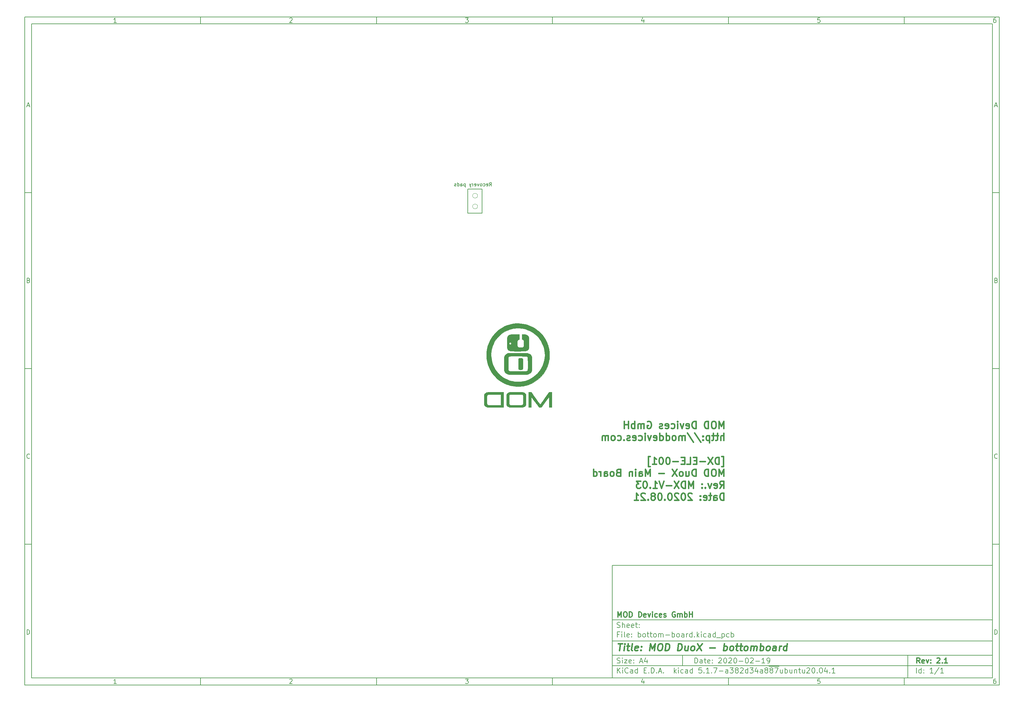
<source format=gbr>
G04 #@! TF.GenerationSoftware,KiCad,Pcbnew,5.1.7-a382d34a8~87~ubuntu20.04.1*
G04 #@! TF.CreationDate,2020-11-19T15:03:43+01:00*
G04 #@! TF.ProjectId,bottom-board,626f7474-6f6d-42d6-926f-6172642e6b69,2.1*
G04 #@! TF.SameCoordinates,PX48111b4PY15fd6c8*
G04 #@! TF.FileFunction,Legend,Bot*
G04 #@! TF.FilePolarity,Positive*
%FSLAX46Y46*%
G04 Gerber Fmt 4.6, Leading zero omitted, Abs format (unit mm)*
G04 Created by KiCad (PCBNEW 5.1.7-a382d34a8~87~ubuntu20.04.1) date 2020-11-19 15:03:43*
%MOMM*%
%LPD*%
G01*
G04 APERTURE LIST*
%ADD10C,0.100000*%
%ADD11C,0.150000*%
%ADD12C,0.300000*%
%ADD13C,0.400000*%
%ADD14C,0.120000*%
G04 APERTURE END LIST*
D10*
D11*
X101434660Y-142949080D02*
X101434660Y-174949080D01*
X209434660Y-174949080D01*
X209434660Y-142949080D01*
X101434660Y-142949080D01*
D10*
D11*
X-65567540Y13058120D02*
X-65567540Y-176949080D01*
X211434660Y-176949080D01*
X211434660Y13058120D01*
X-65567540Y13058120D01*
D10*
D11*
X-63567540Y11058120D02*
X-63567540Y-174949080D01*
X209434660Y-174949080D01*
X209434660Y11058120D01*
X-63567540Y11058120D01*
D10*
D11*
X-15567540Y11058120D02*
X-15567540Y13058120D01*
D10*
D11*
X34432460Y11058120D02*
X34432460Y13058120D01*
D10*
D11*
X84432460Y11058120D02*
X84432460Y13058120D01*
D10*
D11*
X134432460Y11058120D02*
X134432460Y13058120D01*
D10*
D11*
X184432460Y11058120D02*
X184432460Y13058120D01*
D10*
D11*
X-39502064Y11470025D02*
X-40244921Y11470025D01*
X-39873493Y11470025D02*
X-39873493Y12770025D01*
X-39997302Y12584311D01*
X-40121112Y12460501D01*
X-40244921Y12398597D01*
D10*
D11*
X9755079Y12646216D02*
X9816983Y12708120D01*
X9940793Y12770025D01*
X10250317Y12770025D01*
X10374126Y12708120D01*
X10436031Y12646216D01*
X10497936Y12522406D01*
X10497936Y12398597D01*
X10436031Y12212882D01*
X9693174Y11470025D01*
X10497936Y11470025D01*
D10*
D11*
X59693174Y12770025D02*
X60497936Y12770025D01*
X60064602Y12274787D01*
X60250317Y12274787D01*
X60374126Y12212882D01*
X60436031Y12150978D01*
X60497936Y12027168D01*
X60497936Y11717644D01*
X60436031Y11593835D01*
X60374126Y11531930D01*
X60250317Y11470025D01*
X59878888Y11470025D01*
X59755079Y11531930D01*
X59693174Y11593835D01*
D10*
D11*
X110374126Y12336692D02*
X110374126Y11470025D01*
X110064602Y12831930D02*
X109755079Y11903359D01*
X110559840Y11903359D01*
D10*
D11*
X160436031Y12770025D02*
X159816983Y12770025D01*
X159755079Y12150978D01*
X159816983Y12212882D01*
X159940793Y12274787D01*
X160250317Y12274787D01*
X160374126Y12212882D01*
X160436031Y12150978D01*
X160497936Y12027168D01*
X160497936Y11717644D01*
X160436031Y11593835D01*
X160374126Y11531930D01*
X160250317Y11470025D01*
X159940793Y11470025D01*
X159816983Y11531930D01*
X159755079Y11593835D01*
D10*
D11*
X210374126Y12770025D02*
X210126507Y12770025D01*
X210002698Y12708120D01*
X209940793Y12646216D01*
X209816983Y12460501D01*
X209755079Y12212882D01*
X209755079Y11717644D01*
X209816983Y11593835D01*
X209878888Y11531930D01*
X210002698Y11470025D01*
X210250317Y11470025D01*
X210374126Y11531930D01*
X210436031Y11593835D01*
X210497936Y11717644D01*
X210497936Y12027168D01*
X210436031Y12150978D01*
X210374126Y12212882D01*
X210250317Y12274787D01*
X210002698Y12274787D01*
X209878888Y12212882D01*
X209816983Y12150978D01*
X209755079Y12027168D01*
D10*
D11*
X-15567540Y-174949080D02*
X-15567540Y-176949080D01*
D10*
D11*
X34432460Y-174949080D02*
X34432460Y-176949080D01*
D10*
D11*
X84432460Y-174949080D02*
X84432460Y-176949080D01*
D10*
D11*
X134432460Y-174949080D02*
X134432460Y-176949080D01*
D10*
D11*
X184432460Y-174949080D02*
X184432460Y-176949080D01*
D10*
D11*
X-39502064Y-176537175D02*
X-40244921Y-176537175D01*
X-39873493Y-176537175D02*
X-39873493Y-175237175D01*
X-39997302Y-175422889D01*
X-40121112Y-175546699D01*
X-40244921Y-175608603D01*
D10*
D11*
X9755079Y-175360984D02*
X9816983Y-175299080D01*
X9940793Y-175237175D01*
X10250317Y-175237175D01*
X10374126Y-175299080D01*
X10436031Y-175360984D01*
X10497936Y-175484794D01*
X10497936Y-175608603D01*
X10436031Y-175794318D01*
X9693174Y-176537175D01*
X10497936Y-176537175D01*
D10*
D11*
X59693174Y-175237175D02*
X60497936Y-175237175D01*
X60064602Y-175732413D01*
X60250317Y-175732413D01*
X60374126Y-175794318D01*
X60436031Y-175856222D01*
X60497936Y-175980032D01*
X60497936Y-176289556D01*
X60436031Y-176413365D01*
X60374126Y-176475270D01*
X60250317Y-176537175D01*
X59878888Y-176537175D01*
X59755079Y-176475270D01*
X59693174Y-176413365D01*
D10*
D11*
X110374126Y-175670508D02*
X110374126Y-176537175D01*
X110064602Y-175175270D02*
X109755079Y-176103841D01*
X110559840Y-176103841D01*
D10*
D11*
X160436031Y-175237175D02*
X159816983Y-175237175D01*
X159755079Y-175856222D01*
X159816983Y-175794318D01*
X159940793Y-175732413D01*
X160250317Y-175732413D01*
X160374126Y-175794318D01*
X160436031Y-175856222D01*
X160497936Y-175980032D01*
X160497936Y-176289556D01*
X160436031Y-176413365D01*
X160374126Y-176475270D01*
X160250317Y-176537175D01*
X159940793Y-176537175D01*
X159816983Y-176475270D01*
X159755079Y-176413365D01*
D10*
D11*
X210374126Y-175237175D02*
X210126507Y-175237175D01*
X210002698Y-175299080D01*
X209940793Y-175360984D01*
X209816983Y-175546699D01*
X209755079Y-175794318D01*
X209755079Y-176289556D01*
X209816983Y-176413365D01*
X209878888Y-176475270D01*
X210002698Y-176537175D01*
X210250317Y-176537175D01*
X210374126Y-176475270D01*
X210436031Y-176413365D01*
X210497936Y-176289556D01*
X210497936Y-175980032D01*
X210436031Y-175856222D01*
X210374126Y-175794318D01*
X210250317Y-175732413D01*
X210002698Y-175732413D01*
X209878888Y-175794318D01*
X209816983Y-175856222D01*
X209755079Y-175980032D01*
D10*
D11*
X-65567540Y-36941880D02*
X-63567540Y-36941880D01*
D10*
D11*
X-65567540Y-86941880D02*
X-63567540Y-86941880D01*
D10*
D11*
X-65567540Y-136941880D02*
X-63567540Y-136941880D01*
D10*
D11*
X-64877064Y-12158546D02*
X-64258017Y-12158546D01*
X-65000874Y-12529975D02*
X-64567540Y-11229975D01*
X-64134207Y-12529975D01*
D10*
D11*
X-64474683Y-61849022D02*
X-64288969Y-61910927D01*
X-64227064Y-61972832D01*
X-64165160Y-62096641D01*
X-64165160Y-62282356D01*
X-64227064Y-62406165D01*
X-64288969Y-62468070D01*
X-64412779Y-62529975D01*
X-64908017Y-62529975D01*
X-64908017Y-61229975D01*
X-64474683Y-61229975D01*
X-64350874Y-61291880D01*
X-64288969Y-61353784D01*
X-64227064Y-61477594D01*
X-64227064Y-61601403D01*
X-64288969Y-61725213D01*
X-64350874Y-61787118D01*
X-64474683Y-61849022D01*
X-64908017Y-61849022D01*
D10*
D11*
X-64165160Y-112406165D02*
X-64227064Y-112468070D01*
X-64412779Y-112529975D01*
X-64536588Y-112529975D01*
X-64722302Y-112468070D01*
X-64846112Y-112344260D01*
X-64908017Y-112220451D01*
X-64969921Y-111972832D01*
X-64969921Y-111787118D01*
X-64908017Y-111539499D01*
X-64846112Y-111415689D01*
X-64722302Y-111291880D01*
X-64536588Y-111229975D01*
X-64412779Y-111229975D01*
X-64227064Y-111291880D01*
X-64165160Y-111353784D01*
D10*
D11*
X-64908017Y-162529975D02*
X-64908017Y-161229975D01*
X-64598493Y-161229975D01*
X-64412779Y-161291880D01*
X-64288969Y-161415689D01*
X-64227064Y-161539499D01*
X-64165160Y-161787118D01*
X-64165160Y-161972832D01*
X-64227064Y-162220451D01*
X-64288969Y-162344260D01*
X-64412779Y-162468070D01*
X-64598493Y-162529975D01*
X-64908017Y-162529975D01*
D10*
D11*
X211434660Y-36941880D02*
X209434660Y-36941880D01*
D10*
D11*
X211434660Y-86941880D02*
X209434660Y-86941880D01*
D10*
D11*
X211434660Y-136941880D02*
X209434660Y-136941880D01*
D10*
D11*
X210125136Y-12158546D02*
X210744183Y-12158546D01*
X210001326Y-12529975D02*
X210434660Y-11229975D01*
X210867993Y-12529975D01*
D10*
D11*
X210527517Y-61849022D02*
X210713231Y-61910927D01*
X210775136Y-61972832D01*
X210837040Y-62096641D01*
X210837040Y-62282356D01*
X210775136Y-62406165D01*
X210713231Y-62468070D01*
X210589421Y-62529975D01*
X210094183Y-62529975D01*
X210094183Y-61229975D01*
X210527517Y-61229975D01*
X210651326Y-61291880D01*
X210713231Y-61353784D01*
X210775136Y-61477594D01*
X210775136Y-61601403D01*
X210713231Y-61725213D01*
X210651326Y-61787118D01*
X210527517Y-61849022D01*
X210094183Y-61849022D01*
D10*
D11*
X210837040Y-112406165D02*
X210775136Y-112468070D01*
X210589421Y-112529975D01*
X210465612Y-112529975D01*
X210279898Y-112468070D01*
X210156088Y-112344260D01*
X210094183Y-112220451D01*
X210032279Y-111972832D01*
X210032279Y-111787118D01*
X210094183Y-111539499D01*
X210156088Y-111415689D01*
X210279898Y-111291880D01*
X210465612Y-111229975D01*
X210589421Y-111229975D01*
X210775136Y-111291880D01*
X210837040Y-111353784D01*
D10*
D11*
X210094183Y-162529975D02*
X210094183Y-161229975D01*
X210403707Y-161229975D01*
X210589421Y-161291880D01*
X210713231Y-161415689D01*
X210775136Y-161539499D01*
X210837040Y-161787118D01*
X210837040Y-161972832D01*
X210775136Y-162220451D01*
X210713231Y-162344260D01*
X210589421Y-162468070D01*
X210403707Y-162529975D01*
X210094183Y-162529975D01*
D10*
D11*
X124866802Y-170727651D02*
X124866802Y-169227651D01*
X125223945Y-169227651D01*
X125438231Y-169299080D01*
X125581088Y-169441937D01*
X125652517Y-169584794D01*
X125723945Y-169870508D01*
X125723945Y-170084794D01*
X125652517Y-170370508D01*
X125581088Y-170513365D01*
X125438231Y-170656222D01*
X125223945Y-170727651D01*
X124866802Y-170727651D01*
X127009660Y-170727651D02*
X127009660Y-169941937D01*
X126938231Y-169799080D01*
X126795374Y-169727651D01*
X126509660Y-169727651D01*
X126366802Y-169799080D01*
X127009660Y-170656222D02*
X126866802Y-170727651D01*
X126509660Y-170727651D01*
X126366802Y-170656222D01*
X126295374Y-170513365D01*
X126295374Y-170370508D01*
X126366802Y-170227651D01*
X126509660Y-170156222D01*
X126866802Y-170156222D01*
X127009660Y-170084794D01*
X127509660Y-169727651D02*
X128081088Y-169727651D01*
X127723945Y-169227651D02*
X127723945Y-170513365D01*
X127795374Y-170656222D01*
X127938231Y-170727651D01*
X128081088Y-170727651D01*
X129152517Y-170656222D02*
X129009660Y-170727651D01*
X128723945Y-170727651D01*
X128581088Y-170656222D01*
X128509660Y-170513365D01*
X128509660Y-169941937D01*
X128581088Y-169799080D01*
X128723945Y-169727651D01*
X129009660Y-169727651D01*
X129152517Y-169799080D01*
X129223945Y-169941937D01*
X129223945Y-170084794D01*
X128509660Y-170227651D01*
X129866802Y-170584794D02*
X129938231Y-170656222D01*
X129866802Y-170727651D01*
X129795374Y-170656222D01*
X129866802Y-170584794D01*
X129866802Y-170727651D01*
X129866802Y-169799080D02*
X129938231Y-169870508D01*
X129866802Y-169941937D01*
X129795374Y-169870508D01*
X129866802Y-169799080D01*
X129866802Y-169941937D01*
X131652517Y-169370508D02*
X131723945Y-169299080D01*
X131866802Y-169227651D01*
X132223945Y-169227651D01*
X132366802Y-169299080D01*
X132438231Y-169370508D01*
X132509660Y-169513365D01*
X132509660Y-169656222D01*
X132438231Y-169870508D01*
X131581088Y-170727651D01*
X132509660Y-170727651D01*
X133438231Y-169227651D02*
X133581088Y-169227651D01*
X133723945Y-169299080D01*
X133795374Y-169370508D01*
X133866802Y-169513365D01*
X133938231Y-169799080D01*
X133938231Y-170156222D01*
X133866802Y-170441937D01*
X133795374Y-170584794D01*
X133723945Y-170656222D01*
X133581088Y-170727651D01*
X133438231Y-170727651D01*
X133295374Y-170656222D01*
X133223945Y-170584794D01*
X133152517Y-170441937D01*
X133081088Y-170156222D01*
X133081088Y-169799080D01*
X133152517Y-169513365D01*
X133223945Y-169370508D01*
X133295374Y-169299080D01*
X133438231Y-169227651D01*
X134509660Y-169370508D02*
X134581088Y-169299080D01*
X134723945Y-169227651D01*
X135081088Y-169227651D01*
X135223945Y-169299080D01*
X135295374Y-169370508D01*
X135366802Y-169513365D01*
X135366802Y-169656222D01*
X135295374Y-169870508D01*
X134438231Y-170727651D01*
X135366802Y-170727651D01*
X136295374Y-169227651D02*
X136438231Y-169227651D01*
X136581088Y-169299080D01*
X136652517Y-169370508D01*
X136723945Y-169513365D01*
X136795374Y-169799080D01*
X136795374Y-170156222D01*
X136723945Y-170441937D01*
X136652517Y-170584794D01*
X136581088Y-170656222D01*
X136438231Y-170727651D01*
X136295374Y-170727651D01*
X136152517Y-170656222D01*
X136081088Y-170584794D01*
X136009660Y-170441937D01*
X135938231Y-170156222D01*
X135938231Y-169799080D01*
X136009660Y-169513365D01*
X136081088Y-169370508D01*
X136152517Y-169299080D01*
X136295374Y-169227651D01*
X137438231Y-170156222D02*
X138581088Y-170156222D01*
X139581088Y-169227651D02*
X139723945Y-169227651D01*
X139866802Y-169299080D01*
X139938231Y-169370508D01*
X140009660Y-169513365D01*
X140081088Y-169799080D01*
X140081088Y-170156222D01*
X140009660Y-170441937D01*
X139938231Y-170584794D01*
X139866802Y-170656222D01*
X139723945Y-170727651D01*
X139581088Y-170727651D01*
X139438231Y-170656222D01*
X139366802Y-170584794D01*
X139295374Y-170441937D01*
X139223945Y-170156222D01*
X139223945Y-169799080D01*
X139295374Y-169513365D01*
X139366802Y-169370508D01*
X139438231Y-169299080D01*
X139581088Y-169227651D01*
X140652517Y-169370508D02*
X140723945Y-169299080D01*
X140866802Y-169227651D01*
X141223945Y-169227651D01*
X141366802Y-169299080D01*
X141438231Y-169370508D01*
X141509660Y-169513365D01*
X141509660Y-169656222D01*
X141438231Y-169870508D01*
X140581088Y-170727651D01*
X141509660Y-170727651D01*
X142152517Y-170156222D02*
X143295374Y-170156222D01*
X144795374Y-170727651D02*
X143938231Y-170727651D01*
X144366802Y-170727651D02*
X144366802Y-169227651D01*
X144223945Y-169441937D01*
X144081088Y-169584794D01*
X143938231Y-169656222D01*
X145509660Y-170727651D02*
X145795374Y-170727651D01*
X145938231Y-170656222D01*
X146009660Y-170584794D01*
X146152517Y-170370508D01*
X146223945Y-170084794D01*
X146223945Y-169513365D01*
X146152517Y-169370508D01*
X146081088Y-169299080D01*
X145938231Y-169227651D01*
X145652517Y-169227651D01*
X145509660Y-169299080D01*
X145438231Y-169370508D01*
X145366802Y-169513365D01*
X145366802Y-169870508D01*
X145438231Y-170013365D01*
X145509660Y-170084794D01*
X145652517Y-170156222D01*
X145938231Y-170156222D01*
X146081088Y-170084794D01*
X146152517Y-170013365D01*
X146223945Y-169870508D01*
D10*
D11*
X101434660Y-171449080D02*
X209434660Y-171449080D01*
D10*
D11*
X102866802Y-173527651D02*
X102866802Y-172027651D01*
X103723945Y-173527651D02*
X103081088Y-172670508D01*
X103723945Y-172027651D02*
X102866802Y-172884794D01*
X104366802Y-173527651D02*
X104366802Y-172527651D01*
X104366802Y-172027651D02*
X104295374Y-172099080D01*
X104366802Y-172170508D01*
X104438231Y-172099080D01*
X104366802Y-172027651D01*
X104366802Y-172170508D01*
X105938231Y-173384794D02*
X105866802Y-173456222D01*
X105652517Y-173527651D01*
X105509660Y-173527651D01*
X105295374Y-173456222D01*
X105152517Y-173313365D01*
X105081088Y-173170508D01*
X105009660Y-172884794D01*
X105009660Y-172670508D01*
X105081088Y-172384794D01*
X105152517Y-172241937D01*
X105295374Y-172099080D01*
X105509660Y-172027651D01*
X105652517Y-172027651D01*
X105866802Y-172099080D01*
X105938231Y-172170508D01*
X107223945Y-173527651D02*
X107223945Y-172741937D01*
X107152517Y-172599080D01*
X107009660Y-172527651D01*
X106723945Y-172527651D01*
X106581088Y-172599080D01*
X107223945Y-173456222D02*
X107081088Y-173527651D01*
X106723945Y-173527651D01*
X106581088Y-173456222D01*
X106509660Y-173313365D01*
X106509660Y-173170508D01*
X106581088Y-173027651D01*
X106723945Y-172956222D01*
X107081088Y-172956222D01*
X107223945Y-172884794D01*
X108581088Y-173527651D02*
X108581088Y-172027651D01*
X108581088Y-173456222D02*
X108438231Y-173527651D01*
X108152517Y-173527651D01*
X108009660Y-173456222D01*
X107938231Y-173384794D01*
X107866802Y-173241937D01*
X107866802Y-172813365D01*
X107938231Y-172670508D01*
X108009660Y-172599080D01*
X108152517Y-172527651D01*
X108438231Y-172527651D01*
X108581088Y-172599080D01*
X110438231Y-172741937D02*
X110938231Y-172741937D01*
X111152517Y-173527651D02*
X110438231Y-173527651D01*
X110438231Y-172027651D01*
X111152517Y-172027651D01*
X111795374Y-173384794D02*
X111866802Y-173456222D01*
X111795374Y-173527651D01*
X111723945Y-173456222D01*
X111795374Y-173384794D01*
X111795374Y-173527651D01*
X112509660Y-173527651D02*
X112509660Y-172027651D01*
X112866802Y-172027651D01*
X113081088Y-172099080D01*
X113223945Y-172241937D01*
X113295374Y-172384794D01*
X113366802Y-172670508D01*
X113366802Y-172884794D01*
X113295374Y-173170508D01*
X113223945Y-173313365D01*
X113081088Y-173456222D01*
X112866802Y-173527651D01*
X112509660Y-173527651D01*
X114009660Y-173384794D02*
X114081088Y-173456222D01*
X114009660Y-173527651D01*
X113938231Y-173456222D01*
X114009660Y-173384794D01*
X114009660Y-173527651D01*
X114652517Y-173099080D02*
X115366802Y-173099080D01*
X114509660Y-173527651D02*
X115009660Y-172027651D01*
X115509660Y-173527651D01*
X116009660Y-173384794D02*
X116081088Y-173456222D01*
X116009660Y-173527651D01*
X115938231Y-173456222D01*
X116009660Y-173384794D01*
X116009660Y-173527651D01*
X119009660Y-173527651D02*
X119009660Y-172027651D01*
X119152517Y-172956222D02*
X119581088Y-173527651D01*
X119581088Y-172527651D02*
X119009660Y-173099080D01*
X120223945Y-173527651D02*
X120223945Y-172527651D01*
X120223945Y-172027651D02*
X120152517Y-172099080D01*
X120223945Y-172170508D01*
X120295374Y-172099080D01*
X120223945Y-172027651D01*
X120223945Y-172170508D01*
X121581088Y-173456222D02*
X121438231Y-173527651D01*
X121152517Y-173527651D01*
X121009660Y-173456222D01*
X120938231Y-173384794D01*
X120866802Y-173241937D01*
X120866802Y-172813365D01*
X120938231Y-172670508D01*
X121009660Y-172599080D01*
X121152517Y-172527651D01*
X121438231Y-172527651D01*
X121581088Y-172599080D01*
X122866802Y-173527651D02*
X122866802Y-172741937D01*
X122795374Y-172599080D01*
X122652517Y-172527651D01*
X122366802Y-172527651D01*
X122223945Y-172599080D01*
X122866802Y-173456222D02*
X122723945Y-173527651D01*
X122366802Y-173527651D01*
X122223945Y-173456222D01*
X122152517Y-173313365D01*
X122152517Y-173170508D01*
X122223945Y-173027651D01*
X122366802Y-172956222D01*
X122723945Y-172956222D01*
X122866802Y-172884794D01*
X124223945Y-173527651D02*
X124223945Y-172027651D01*
X124223945Y-173456222D02*
X124081088Y-173527651D01*
X123795374Y-173527651D01*
X123652517Y-173456222D01*
X123581088Y-173384794D01*
X123509660Y-173241937D01*
X123509660Y-172813365D01*
X123581088Y-172670508D01*
X123652517Y-172599080D01*
X123795374Y-172527651D01*
X124081088Y-172527651D01*
X124223945Y-172599080D01*
X126795374Y-172027651D02*
X126081088Y-172027651D01*
X126009660Y-172741937D01*
X126081088Y-172670508D01*
X126223945Y-172599080D01*
X126581088Y-172599080D01*
X126723945Y-172670508D01*
X126795374Y-172741937D01*
X126866802Y-172884794D01*
X126866802Y-173241937D01*
X126795374Y-173384794D01*
X126723945Y-173456222D01*
X126581088Y-173527651D01*
X126223945Y-173527651D01*
X126081088Y-173456222D01*
X126009660Y-173384794D01*
X127509660Y-173384794D02*
X127581088Y-173456222D01*
X127509660Y-173527651D01*
X127438231Y-173456222D01*
X127509660Y-173384794D01*
X127509660Y-173527651D01*
X129009660Y-173527651D02*
X128152517Y-173527651D01*
X128581088Y-173527651D02*
X128581088Y-172027651D01*
X128438231Y-172241937D01*
X128295374Y-172384794D01*
X128152517Y-172456222D01*
X129652517Y-173384794D02*
X129723945Y-173456222D01*
X129652517Y-173527651D01*
X129581088Y-173456222D01*
X129652517Y-173384794D01*
X129652517Y-173527651D01*
X130223945Y-172027651D02*
X131223945Y-172027651D01*
X130581088Y-173527651D01*
X131795374Y-172956222D02*
X132938231Y-172956222D01*
X134295374Y-173527651D02*
X134295374Y-172741937D01*
X134223945Y-172599080D01*
X134081088Y-172527651D01*
X133795374Y-172527651D01*
X133652517Y-172599080D01*
X134295374Y-173456222D02*
X134152517Y-173527651D01*
X133795374Y-173527651D01*
X133652517Y-173456222D01*
X133581088Y-173313365D01*
X133581088Y-173170508D01*
X133652517Y-173027651D01*
X133795374Y-172956222D01*
X134152517Y-172956222D01*
X134295374Y-172884794D01*
X134866802Y-172027651D02*
X135795374Y-172027651D01*
X135295374Y-172599080D01*
X135509660Y-172599080D01*
X135652517Y-172670508D01*
X135723945Y-172741937D01*
X135795374Y-172884794D01*
X135795374Y-173241937D01*
X135723945Y-173384794D01*
X135652517Y-173456222D01*
X135509660Y-173527651D01*
X135081088Y-173527651D01*
X134938231Y-173456222D01*
X134866802Y-173384794D01*
X136652517Y-172670508D02*
X136509660Y-172599080D01*
X136438231Y-172527651D01*
X136366802Y-172384794D01*
X136366802Y-172313365D01*
X136438231Y-172170508D01*
X136509660Y-172099080D01*
X136652517Y-172027651D01*
X136938231Y-172027651D01*
X137081088Y-172099080D01*
X137152517Y-172170508D01*
X137223945Y-172313365D01*
X137223945Y-172384794D01*
X137152517Y-172527651D01*
X137081088Y-172599080D01*
X136938231Y-172670508D01*
X136652517Y-172670508D01*
X136509660Y-172741937D01*
X136438231Y-172813365D01*
X136366802Y-172956222D01*
X136366802Y-173241937D01*
X136438231Y-173384794D01*
X136509660Y-173456222D01*
X136652517Y-173527651D01*
X136938231Y-173527651D01*
X137081088Y-173456222D01*
X137152517Y-173384794D01*
X137223945Y-173241937D01*
X137223945Y-172956222D01*
X137152517Y-172813365D01*
X137081088Y-172741937D01*
X136938231Y-172670508D01*
X137795374Y-172170508D02*
X137866802Y-172099080D01*
X138009660Y-172027651D01*
X138366802Y-172027651D01*
X138509660Y-172099080D01*
X138581088Y-172170508D01*
X138652517Y-172313365D01*
X138652517Y-172456222D01*
X138581088Y-172670508D01*
X137723945Y-173527651D01*
X138652517Y-173527651D01*
X139938231Y-173527651D02*
X139938231Y-172027651D01*
X139938231Y-173456222D02*
X139795374Y-173527651D01*
X139509660Y-173527651D01*
X139366802Y-173456222D01*
X139295374Y-173384794D01*
X139223945Y-173241937D01*
X139223945Y-172813365D01*
X139295374Y-172670508D01*
X139366802Y-172599080D01*
X139509660Y-172527651D01*
X139795374Y-172527651D01*
X139938231Y-172599080D01*
X140509660Y-172027651D02*
X141438231Y-172027651D01*
X140938231Y-172599080D01*
X141152517Y-172599080D01*
X141295374Y-172670508D01*
X141366802Y-172741937D01*
X141438231Y-172884794D01*
X141438231Y-173241937D01*
X141366802Y-173384794D01*
X141295374Y-173456222D01*
X141152517Y-173527651D01*
X140723945Y-173527651D01*
X140581088Y-173456222D01*
X140509660Y-173384794D01*
X142723945Y-172527651D02*
X142723945Y-173527651D01*
X142366802Y-171956222D02*
X142009660Y-173027651D01*
X142938231Y-173027651D01*
X144152517Y-173527651D02*
X144152517Y-172741937D01*
X144081088Y-172599080D01*
X143938231Y-172527651D01*
X143652517Y-172527651D01*
X143509660Y-172599080D01*
X144152517Y-173456222D02*
X144009660Y-173527651D01*
X143652517Y-173527651D01*
X143509660Y-173456222D01*
X143438231Y-173313365D01*
X143438231Y-173170508D01*
X143509660Y-173027651D01*
X143652517Y-172956222D01*
X144009660Y-172956222D01*
X144152517Y-172884794D01*
X145081088Y-172670508D02*
X144938231Y-172599080D01*
X144866802Y-172527651D01*
X144795374Y-172384794D01*
X144795374Y-172313365D01*
X144866802Y-172170508D01*
X144938231Y-172099080D01*
X145081088Y-172027651D01*
X145366802Y-172027651D01*
X145509660Y-172099080D01*
X145581088Y-172170508D01*
X145652517Y-172313365D01*
X145652517Y-172384794D01*
X145581088Y-172527651D01*
X145509660Y-172599080D01*
X145366802Y-172670508D01*
X145081088Y-172670508D01*
X144938231Y-172741937D01*
X144866802Y-172813365D01*
X144795374Y-172956222D01*
X144795374Y-173241937D01*
X144866802Y-173384794D01*
X144938231Y-173456222D01*
X145081088Y-173527651D01*
X145366802Y-173527651D01*
X145509660Y-173456222D01*
X145581088Y-173384794D01*
X145652517Y-173241937D01*
X145652517Y-172956222D01*
X145581088Y-172813365D01*
X145509660Y-172741937D01*
X145366802Y-172670508D01*
X145938231Y-171619080D02*
X147366802Y-171619080D01*
X146509660Y-172670508D02*
X146366802Y-172599080D01*
X146295374Y-172527651D01*
X146223945Y-172384794D01*
X146223945Y-172313365D01*
X146295374Y-172170508D01*
X146366802Y-172099080D01*
X146509660Y-172027651D01*
X146795374Y-172027651D01*
X146938231Y-172099080D01*
X147009660Y-172170508D01*
X147081088Y-172313365D01*
X147081088Y-172384794D01*
X147009660Y-172527651D01*
X146938231Y-172599080D01*
X146795374Y-172670508D01*
X146509660Y-172670508D01*
X146366802Y-172741937D01*
X146295374Y-172813365D01*
X146223945Y-172956222D01*
X146223945Y-173241937D01*
X146295374Y-173384794D01*
X146366802Y-173456222D01*
X146509660Y-173527651D01*
X146795374Y-173527651D01*
X146938231Y-173456222D01*
X147009660Y-173384794D01*
X147081088Y-173241937D01*
X147081088Y-172956222D01*
X147009660Y-172813365D01*
X146938231Y-172741937D01*
X146795374Y-172670508D01*
X147366802Y-171619080D02*
X148795374Y-171619080D01*
X147581088Y-172027651D02*
X148581088Y-172027651D01*
X147938231Y-173527651D01*
X149795374Y-172527651D02*
X149795374Y-173527651D01*
X149152517Y-172527651D02*
X149152517Y-173313365D01*
X149223945Y-173456222D01*
X149366802Y-173527651D01*
X149581088Y-173527651D01*
X149723945Y-173456222D01*
X149795374Y-173384794D01*
X150509659Y-173527651D02*
X150509659Y-172027651D01*
X150509659Y-172599080D02*
X150652517Y-172527651D01*
X150938231Y-172527651D01*
X151081088Y-172599080D01*
X151152517Y-172670508D01*
X151223945Y-172813365D01*
X151223945Y-173241937D01*
X151152517Y-173384794D01*
X151081088Y-173456222D01*
X150938231Y-173527651D01*
X150652517Y-173527651D01*
X150509659Y-173456222D01*
X152509659Y-172527651D02*
X152509659Y-173527651D01*
X151866802Y-172527651D02*
X151866802Y-173313365D01*
X151938231Y-173456222D01*
X152081088Y-173527651D01*
X152295374Y-173527651D01*
X152438231Y-173456222D01*
X152509659Y-173384794D01*
X153223945Y-172527651D02*
X153223945Y-173527651D01*
X153223945Y-172670508D02*
X153295374Y-172599080D01*
X153438231Y-172527651D01*
X153652517Y-172527651D01*
X153795374Y-172599080D01*
X153866802Y-172741937D01*
X153866802Y-173527651D01*
X154366802Y-172527651D02*
X154938231Y-172527651D01*
X154581088Y-172027651D02*
X154581088Y-173313365D01*
X154652517Y-173456222D01*
X154795374Y-173527651D01*
X154938231Y-173527651D01*
X156081088Y-172527651D02*
X156081088Y-173527651D01*
X155438231Y-172527651D02*
X155438231Y-173313365D01*
X155509659Y-173456222D01*
X155652517Y-173527651D01*
X155866802Y-173527651D01*
X156009659Y-173456222D01*
X156081088Y-173384794D01*
X156723945Y-172170508D02*
X156795374Y-172099080D01*
X156938231Y-172027651D01*
X157295374Y-172027651D01*
X157438231Y-172099080D01*
X157509660Y-172170508D01*
X157581088Y-172313365D01*
X157581088Y-172456222D01*
X157509660Y-172670508D01*
X156652517Y-173527651D01*
X157581088Y-173527651D01*
X158509659Y-172027651D02*
X158652517Y-172027651D01*
X158795374Y-172099080D01*
X158866802Y-172170508D01*
X158938231Y-172313365D01*
X159009659Y-172599080D01*
X159009659Y-172956222D01*
X158938231Y-173241937D01*
X158866802Y-173384794D01*
X158795374Y-173456222D01*
X158652517Y-173527651D01*
X158509659Y-173527651D01*
X158366802Y-173456222D01*
X158295374Y-173384794D01*
X158223945Y-173241937D01*
X158152517Y-172956222D01*
X158152517Y-172599080D01*
X158223945Y-172313365D01*
X158295374Y-172170508D01*
X158366802Y-172099080D01*
X158509659Y-172027651D01*
X159652517Y-173384794D02*
X159723945Y-173456222D01*
X159652517Y-173527651D01*
X159581088Y-173456222D01*
X159652517Y-173384794D01*
X159652517Y-173527651D01*
X160652517Y-172027651D02*
X160795374Y-172027651D01*
X160938231Y-172099080D01*
X161009659Y-172170508D01*
X161081088Y-172313365D01*
X161152517Y-172599080D01*
X161152517Y-172956222D01*
X161081088Y-173241937D01*
X161009659Y-173384794D01*
X160938231Y-173456222D01*
X160795374Y-173527651D01*
X160652517Y-173527651D01*
X160509659Y-173456222D01*
X160438231Y-173384794D01*
X160366802Y-173241937D01*
X160295374Y-172956222D01*
X160295374Y-172599080D01*
X160366802Y-172313365D01*
X160438231Y-172170508D01*
X160509659Y-172099080D01*
X160652517Y-172027651D01*
X162438231Y-172527651D02*
X162438231Y-173527651D01*
X162081088Y-171956222D02*
X161723945Y-173027651D01*
X162652517Y-173027651D01*
X163223945Y-173384794D02*
X163295374Y-173456222D01*
X163223945Y-173527651D01*
X163152517Y-173456222D01*
X163223945Y-173384794D01*
X163223945Y-173527651D01*
X164723945Y-173527651D02*
X163866802Y-173527651D01*
X164295374Y-173527651D02*
X164295374Y-172027651D01*
X164152517Y-172241937D01*
X164009659Y-172384794D01*
X163866802Y-172456222D01*
D10*
D11*
X101434660Y-168449080D02*
X209434660Y-168449080D01*
D10*
D12*
X188843945Y-170727651D02*
X188343945Y-170013365D01*
X187986802Y-170727651D02*
X187986802Y-169227651D01*
X188558231Y-169227651D01*
X188701088Y-169299080D01*
X188772517Y-169370508D01*
X188843945Y-169513365D01*
X188843945Y-169727651D01*
X188772517Y-169870508D01*
X188701088Y-169941937D01*
X188558231Y-170013365D01*
X187986802Y-170013365D01*
X190058231Y-170656222D02*
X189915374Y-170727651D01*
X189629660Y-170727651D01*
X189486802Y-170656222D01*
X189415374Y-170513365D01*
X189415374Y-169941937D01*
X189486802Y-169799080D01*
X189629660Y-169727651D01*
X189915374Y-169727651D01*
X190058231Y-169799080D01*
X190129660Y-169941937D01*
X190129660Y-170084794D01*
X189415374Y-170227651D01*
X190629660Y-169727651D02*
X190986802Y-170727651D01*
X191343945Y-169727651D01*
X191915374Y-170584794D02*
X191986802Y-170656222D01*
X191915374Y-170727651D01*
X191843945Y-170656222D01*
X191915374Y-170584794D01*
X191915374Y-170727651D01*
X191915374Y-169799080D02*
X191986802Y-169870508D01*
X191915374Y-169941937D01*
X191843945Y-169870508D01*
X191915374Y-169799080D01*
X191915374Y-169941937D01*
X193701088Y-169370508D02*
X193772517Y-169299080D01*
X193915374Y-169227651D01*
X194272517Y-169227651D01*
X194415374Y-169299080D01*
X194486802Y-169370508D01*
X194558231Y-169513365D01*
X194558231Y-169656222D01*
X194486802Y-169870508D01*
X193629660Y-170727651D01*
X194558231Y-170727651D01*
X195201088Y-170584794D02*
X195272517Y-170656222D01*
X195201088Y-170727651D01*
X195129660Y-170656222D01*
X195201088Y-170584794D01*
X195201088Y-170727651D01*
X196701088Y-170727651D02*
X195843945Y-170727651D01*
X196272517Y-170727651D02*
X196272517Y-169227651D01*
X196129660Y-169441937D01*
X195986802Y-169584794D01*
X195843945Y-169656222D01*
D10*
D11*
X102795374Y-170656222D02*
X103009660Y-170727651D01*
X103366802Y-170727651D01*
X103509660Y-170656222D01*
X103581088Y-170584794D01*
X103652517Y-170441937D01*
X103652517Y-170299080D01*
X103581088Y-170156222D01*
X103509660Y-170084794D01*
X103366802Y-170013365D01*
X103081088Y-169941937D01*
X102938231Y-169870508D01*
X102866802Y-169799080D01*
X102795374Y-169656222D01*
X102795374Y-169513365D01*
X102866802Y-169370508D01*
X102938231Y-169299080D01*
X103081088Y-169227651D01*
X103438231Y-169227651D01*
X103652517Y-169299080D01*
X104295374Y-170727651D02*
X104295374Y-169727651D01*
X104295374Y-169227651D02*
X104223945Y-169299080D01*
X104295374Y-169370508D01*
X104366802Y-169299080D01*
X104295374Y-169227651D01*
X104295374Y-169370508D01*
X104866802Y-169727651D02*
X105652517Y-169727651D01*
X104866802Y-170727651D01*
X105652517Y-170727651D01*
X106795374Y-170656222D02*
X106652517Y-170727651D01*
X106366802Y-170727651D01*
X106223945Y-170656222D01*
X106152517Y-170513365D01*
X106152517Y-169941937D01*
X106223945Y-169799080D01*
X106366802Y-169727651D01*
X106652517Y-169727651D01*
X106795374Y-169799080D01*
X106866802Y-169941937D01*
X106866802Y-170084794D01*
X106152517Y-170227651D01*
X107509660Y-170584794D02*
X107581088Y-170656222D01*
X107509660Y-170727651D01*
X107438231Y-170656222D01*
X107509660Y-170584794D01*
X107509660Y-170727651D01*
X107509660Y-169799080D02*
X107581088Y-169870508D01*
X107509660Y-169941937D01*
X107438231Y-169870508D01*
X107509660Y-169799080D01*
X107509660Y-169941937D01*
X109295374Y-170299080D02*
X110009660Y-170299080D01*
X109152517Y-170727651D02*
X109652517Y-169227651D01*
X110152517Y-170727651D01*
X111295374Y-169727651D02*
X111295374Y-170727651D01*
X110938231Y-169156222D02*
X110581088Y-170227651D01*
X111509660Y-170227651D01*
D10*
D11*
X187866802Y-173527651D02*
X187866802Y-172027651D01*
X189223945Y-173527651D02*
X189223945Y-172027651D01*
X189223945Y-173456222D02*
X189081088Y-173527651D01*
X188795374Y-173527651D01*
X188652517Y-173456222D01*
X188581088Y-173384794D01*
X188509660Y-173241937D01*
X188509660Y-172813365D01*
X188581088Y-172670508D01*
X188652517Y-172599080D01*
X188795374Y-172527651D01*
X189081088Y-172527651D01*
X189223945Y-172599080D01*
X189938231Y-173384794D02*
X190009660Y-173456222D01*
X189938231Y-173527651D01*
X189866802Y-173456222D01*
X189938231Y-173384794D01*
X189938231Y-173527651D01*
X189938231Y-172599080D02*
X190009660Y-172670508D01*
X189938231Y-172741937D01*
X189866802Y-172670508D01*
X189938231Y-172599080D01*
X189938231Y-172741937D01*
X192581088Y-173527651D02*
X191723945Y-173527651D01*
X192152517Y-173527651D02*
X192152517Y-172027651D01*
X192009660Y-172241937D01*
X191866802Y-172384794D01*
X191723945Y-172456222D01*
X194295374Y-171956222D02*
X193009660Y-173884794D01*
X195581088Y-173527651D02*
X194723945Y-173527651D01*
X195152517Y-173527651D02*
X195152517Y-172027651D01*
X195009660Y-172241937D01*
X194866802Y-172384794D01*
X194723945Y-172456222D01*
D10*
D11*
X101434660Y-164449080D02*
X209434660Y-164449080D01*
D10*
D13*
X103147040Y-165153841D02*
X104289898Y-165153841D01*
X103468469Y-167153841D02*
X103718469Y-165153841D01*
X104706564Y-167153841D02*
X104873231Y-165820508D01*
X104956564Y-165153841D02*
X104849421Y-165249080D01*
X104932755Y-165344318D01*
X105039898Y-165249080D01*
X104956564Y-165153841D01*
X104932755Y-165344318D01*
X105539898Y-165820508D02*
X106301802Y-165820508D01*
X105908945Y-165153841D02*
X105694660Y-166868127D01*
X105766088Y-167058603D01*
X105944660Y-167153841D01*
X106135136Y-167153841D01*
X107087517Y-167153841D02*
X106908945Y-167058603D01*
X106837517Y-166868127D01*
X107051802Y-165153841D01*
X108623231Y-167058603D02*
X108420850Y-167153841D01*
X108039898Y-167153841D01*
X107861326Y-167058603D01*
X107789898Y-166868127D01*
X107885136Y-166106222D01*
X108004183Y-165915746D01*
X108206564Y-165820508D01*
X108587517Y-165820508D01*
X108766088Y-165915746D01*
X108837517Y-166106222D01*
X108813707Y-166296699D01*
X107837517Y-166487175D01*
X109587517Y-166963365D02*
X109670850Y-167058603D01*
X109563707Y-167153841D01*
X109480374Y-167058603D01*
X109587517Y-166963365D01*
X109563707Y-167153841D01*
X109718469Y-165915746D02*
X109801802Y-166010984D01*
X109694660Y-166106222D01*
X109611326Y-166010984D01*
X109718469Y-165915746D01*
X109694660Y-166106222D01*
X112039898Y-167153841D02*
X112289898Y-165153841D01*
X112777993Y-166582413D01*
X113623231Y-165153841D01*
X113373231Y-167153841D01*
X114956564Y-165153841D02*
X115337517Y-165153841D01*
X115516088Y-165249080D01*
X115682755Y-165439556D01*
X115730374Y-165820508D01*
X115647040Y-166487175D01*
X115504183Y-166868127D01*
X115289898Y-167058603D01*
X115087517Y-167153841D01*
X114706564Y-167153841D01*
X114527993Y-167058603D01*
X114361326Y-166868127D01*
X114313707Y-166487175D01*
X114397040Y-165820508D01*
X114539898Y-165439556D01*
X114754183Y-165249080D01*
X114956564Y-165153841D01*
X116420850Y-167153841D02*
X116670850Y-165153841D01*
X117147040Y-165153841D01*
X117420850Y-165249080D01*
X117587517Y-165439556D01*
X117658945Y-165630032D01*
X117706564Y-166010984D01*
X117670850Y-166296699D01*
X117527993Y-166677651D01*
X117408945Y-166868127D01*
X117194660Y-167058603D01*
X116897040Y-167153841D01*
X116420850Y-167153841D01*
X119944660Y-167153841D02*
X120194660Y-165153841D01*
X120670850Y-165153841D01*
X120944660Y-165249080D01*
X121111326Y-165439556D01*
X121182755Y-165630032D01*
X121230374Y-166010984D01*
X121194660Y-166296699D01*
X121051802Y-166677651D01*
X120932755Y-166868127D01*
X120718469Y-167058603D01*
X120420850Y-167153841D01*
X119944660Y-167153841D01*
X122968469Y-165820508D02*
X122801802Y-167153841D01*
X122111326Y-165820508D02*
X121980374Y-166868127D01*
X122051802Y-167058603D01*
X122230374Y-167153841D01*
X122516088Y-167153841D01*
X122718469Y-167058603D01*
X122825612Y-166963365D01*
X124039898Y-167153841D02*
X123861326Y-167058603D01*
X123777993Y-166963365D01*
X123706564Y-166772889D01*
X123777993Y-166201460D01*
X123897040Y-166010984D01*
X124004183Y-165915746D01*
X124206564Y-165820508D01*
X124492279Y-165820508D01*
X124670850Y-165915746D01*
X124754183Y-166010984D01*
X124825612Y-166201460D01*
X124754183Y-166772889D01*
X124635136Y-166963365D01*
X124527993Y-167058603D01*
X124325612Y-167153841D01*
X124039898Y-167153841D01*
X125623231Y-165153841D02*
X126706564Y-167153841D01*
X126956564Y-165153841D02*
X125373231Y-167153841D01*
X129087517Y-166391937D02*
X130611326Y-166391937D01*
X132992279Y-167153841D02*
X133242279Y-165153841D01*
X133147040Y-165915746D02*
X133349421Y-165820508D01*
X133730374Y-165820508D01*
X133908945Y-165915746D01*
X133992279Y-166010984D01*
X134063707Y-166201460D01*
X133992279Y-166772889D01*
X133873231Y-166963365D01*
X133766088Y-167058603D01*
X133563707Y-167153841D01*
X133182755Y-167153841D01*
X133004183Y-167058603D01*
X135087517Y-167153841D02*
X134908945Y-167058603D01*
X134825612Y-166963365D01*
X134754183Y-166772889D01*
X134825612Y-166201460D01*
X134944660Y-166010984D01*
X135051802Y-165915746D01*
X135254183Y-165820508D01*
X135539898Y-165820508D01*
X135718469Y-165915746D01*
X135801802Y-166010984D01*
X135873231Y-166201460D01*
X135801802Y-166772889D01*
X135682755Y-166963365D01*
X135575612Y-167058603D01*
X135373231Y-167153841D01*
X135087517Y-167153841D01*
X136492279Y-165820508D02*
X137254183Y-165820508D01*
X136861326Y-165153841D02*
X136647040Y-166868127D01*
X136718469Y-167058603D01*
X136897040Y-167153841D01*
X137087517Y-167153841D01*
X137635136Y-165820508D02*
X138397040Y-165820508D01*
X138004183Y-165153841D02*
X137789898Y-166868127D01*
X137861326Y-167058603D01*
X138039898Y-167153841D01*
X138230374Y-167153841D01*
X139182755Y-167153841D02*
X139004183Y-167058603D01*
X138920850Y-166963365D01*
X138849421Y-166772889D01*
X138920850Y-166201460D01*
X139039898Y-166010984D01*
X139147040Y-165915746D01*
X139349421Y-165820508D01*
X139635136Y-165820508D01*
X139813707Y-165915746D01*
X139897040Y-166010984D01*
X139968469Y-166201460D01*
X139897040Y-166772889D01*
X139777993Y-166963365D01*
X139670850Y-167058603D01*
X139468469Y-167153841D01*
X139182755Y-167153841D01*
X140706564Y-167153841D02*
X140873231Y-165820508D01*
X140849421Y-166010984D02*
X140956564Y-165915746D01*
X141158945Y-165820508D01*
X141444660Y-165820508D01*
X141623231Y-165915746D01*
X141694660Y-166106222D01*
X141563707Y-167153841D01*
X141694660Y-166106222D02*
X141813707Y-165915746D01*
X142016088Y-165820508D01*
X142301802Y-165820508D01*
X142480374Y-165915746D01*
X142551802Y-166106222D01*
X142420850Y-167153841D01*
X143373231Y-167153841D02*
X143623231Y-165153841D01*
X143527993Y-165915746D02*
X143730374Y-165820508D01*
X144111326Y-165820508D01*
X144289898Y-165915746D01*
X144373231Y-166010984D01*
X144444660Y-166201460D01*
X144373231Y-166772889D01*
X144254183Y-166963365D01*
X144147040Y-167058603D01*
X143944660Y-167153841D01*
X143563707Y-167153841D01*
X143385136Y-167058603D01*
X145468469Y-167153841D02*
X145289898Y-167058603D01*
X145206564Y-166963365D01*
X145135136Y-166772889D01*
X145206564Y-166201460D01*
X145325612Y-166010984D01*
X145432755Y-165915746D01*
X145635136Y-165820508D01*
X145920850Y-165820508D01*
X146099421Y-165915746D01*
X146182755Y-166010984D01*
X146254183Y-166201460D01*
X146182755Y-166772889D01*
X146063707Y-166963365D01*
X145956564Y-167058603D01*
X145754183Y-167153841D01*
X145468469Y-167153841D01*
X147849421Y-167153841D02*
X147980374Y-166106222D01*
X147908945Y-165915746D01*
X147730374Y-165820508D01*
X147349421Y-165820508D01*
X147147040Y-165915746D01*
X147861326Y-167058603D02*
X147658945Y-167153841D01*
X147182755Y-167153841D01*
X147004183Y-167058603D01*
X146932755Y-166868127D01*
X146956564Y-166677651D01*
X147075612Y-166487175D01*
X147277993Y-166391937D01*
X147754183Y-166391937D01*
X147956564Y-166296699D01*
X148801802Y-167153841D02*
X148968469Y-165820508D01*
X148920850Y-166201460D02*
X149039898Y-166010984D01*
X149147040Y-165915746D01*
X149349421Y-165820508D01*
X149539898Y-165820508D01*
X150897040Y-167153841D02*
X151147040Y-165153841D01*
X150908945Y-167058603D02*
X150706564Y-167153841D01*
X150325612Y-167153841D01*
X150147040Y-167058603D01*
X150063707Y-166963365D01*
X149992279Y-166772889D01*
X150063707Y-166201460D01*
X150182755Y-166010984D01*
X150289898Y-165915746D01*
X150492279Y-165820508D01*
X150873231Y-165820508D01*
X151051802Y-165915746D01*
D10*
D11*
X103366802Y-162541937D02*
X102866802Y-162541937D01*
X102866802Y-163327651D02*
X102866802Y-161827651D01*
X103581088Y-161827651D01*
X104152517Y-163327651D02*
X104152517Y-162327651D01*
X104152517Y-161827651D02*
X104081088Y-161899080D01*
X104152517Y-161970508D01*
X104223945Y-161899080D01*
X104152517Y-161827651D01*
X104152517Y-161970508D01*
X105081088Y-163327651D02*
X104938231Y-163256222D01*
X104866802Y-163113365D01*
X104866802Y-161827651D01*
X106223945Y-163256222D02*
X106081088Y-163327651D01*
X105795374Y-163327651D01*
X105652517Y-163256222D01*
X105581088Y-163113365D01*
X105581088Y-162541937D01*
X105652517Y-162399080D01*
X105795374Y-162327651D01*
X106081088Y-162327651D01*
X106223945Y-162399080D01*
X106295374Y-162541937D01*
X106295374Y-162684794D01*
X105581088Y-162827651D01*
X106938231Y-163184794D02*
X107009660Y-163256222D01*
X106938231Y-163327651D01*
X106866802Y-163256222D01*
X106938231Y-163184794D01*
X106938231Y-163327651D01*
X106938231Y-162399080D02*
X107009660Y-162470508D01*
X106938231Y-162541937D01*
X106866802Y-162470508D01*
X106938231Y-162399080D01*
X106938231Y-162541937D01*
X108795374Y-163327651D02*
X108795374Y-161827651D01*
X108795374Y-162399080D02*
X108938231Y-162327651D01*
X109223945Y-162327651D01*
X109366802Y-162399080D01*
X109438231Y-162470508D01*
X109509660Y-162613365D01*
X109509660Y-163041937D01*
X109438231Y-163184794D01*
X109366802Y-163256222D01*
X109223945Y-163327651D01*
X108938231Y-163327651D01*
X108795374Y-163256222D01*
X110366802Y-163327651D02*
X110223945Y-163256222D01*
X110152517Y-163184794D01*
X110081088Y-163041937D01*
X110081088Y-162613365D01*
X110152517Y-162470508D01*
X110223945Y-162399080D01*
X110366802Y-162327651D01*
X110581088Y-162327651D01*
X110723945Y-162399080D01*
X110795374Y-162470508D01*
X110866802Y-162613365D01*
X110866802Y-163041937D01*
X110795374Y-163184794D01*
X110723945Y-163256222D01*
X110581088Y-163327651D01*
X110366802Y-163327651D01*
X111295374Y-162327651D02*
X111866802Y-162327651D01*
X111509660Y-161827651D02*
X111509660Y-163113365D01*
X111581088Y-163256222D01*
X111723945Y-163327651D01*
X111866802Y-163327651D01*
X112152517Y-162327651D02*
X112723945Y-162327651D01*
X112366802Y-161827651D02*
X112366802Y-163113365D01*
X112438231Y-163256222D01*
X112581088Y-163327651D01*
X112723945Y-163327651D01*
X113438231Y-163327651D02*
X113295374Y-163256222D01*
X113223945Y-163184794D01*
X113152517Y-163041937D01*
X113152517Y-162613365D01*
X113223945Y-162470508D01*
X113295374Y-162399080D01*
X113438231Y-162327651D01*
X113652517Y-162327651D01*
X113795374Y-162399080D01*
X113866802Y-162470508D01*
X113938231Y-162613365D01*
X113938231Y-163041937D01*
X113866802Y-163184794D01*
X113795374Y-163256222D01*
X113652517Y-163327651D01*
X113438231Y-163327651D01*
X114581088Y-163327651D02*
X114581088Y-162327651D01*
X114581088Y-162470508D02*
X114652517Y-162399080D01*
X114795374Y-162327651D01*
X115009660Y-162327651D01*
X115152517Y-162399080D01*
X115223945Y-162541937D01*
X115223945Y-163327651D01*
X115223945Y-162541937D02*
X115295374Y-162399080D01*
X115438231Y-162327651D01*
X115652517Y-162327651D01*
X115795374Y-162399080D01*
X115866802Y-162541937D01*
X115866802Y-163327651D01*
X116581088Y-162756222D02*
X117723945Y-162756222D01*
X118438231Y-163327651D02*
X118438231Y-161827651D01*
X118438231Y-162399080D02*
X118581088Y-162327651D01*
X118866802Y-162327651D01*
X119009660Y-162399080D01*
X119081088Y-162470508D01*
X119152517Y-162613365D01*
X119152517Y-163041937D01*
X119081088Y-163184794D01*
X119009660Y-163256222D01*
X118866802Y-163327651D01*
X118581088Y-163327651D01*
X118438231Y-163256222D01*
X120009660Y-163327651D02*
X119866802Y-163256222D01*
X119795374Y-163184794D01*
X119723945Y-163041937D01*
X119723945Y-162613365D01*
X119795374Y-162470508D01*
X119866802Y-162399080D01*
X120009660Y-162327651D01*
X120223945Y-162327651D01*
X120366802Y-162399080D01*
X120438231Y-162470508D01*
X120509660Y-162613365D01*
X120509660Y-163041937D01*
X120438231Y-163184794D01*
X120366802Y-163256222D01*
X120223945Y-163327651D01*
X120009660Y-163327651D01*
X121795374Y-163327651D02*
X121795374Y-162541937D01*
X121723945Y-162399080D01*
X121581088Y-162327651D01*
X121295374Y-162327651D01*
X121152517Y-162399080D01*
X121795374Y-163256222D02*
X121652517Y-163327651D01*
X121295374Y-163327651D01*
X121152517Y-163256222D01*
X121081088Y-163113365D01*
X121081088Y-162970508D01*
X121152517Y-162827651D01*
X121295374Y-162756222D01*
X121652517Y-162756222D01*
X121795374Y-162684794D01*
X122509660Y-163327651D02*
X122509660Y-162327651D01*
X122509660Y-162613365D02*
X122581088Y-162470508D01*
X122652517Y-162399080D01*
X122795374Y-162327651D01*
X122938231Y-162327651D01*
X124081088Y-163327651D02*
X124081088Y-161827651D01*
X124081088Y-163256222D02*
X123938231Y-163327651D01*
X123652517Y-163327651D01*
X123509660Y-163256222D01*
X123438231Y-163184794D01*
X123366802Y-163041937D01*
X123366802Y-162613365D01*
X123438231Y-162470508D01*
X123509660Y-162399080D01*
X123652517Y-162327651D01*
X123938231Y-162327651D01*
X124081088Y-162399080D01*
X124795374Y-163184794D02*
X124866802Y-163256222D01*
X124795374Y-163327651D01*
X124723945Y-163256222D01*
X124795374Y-163184794D01*
X124795374Y-163327651D01*
X125509660Y-163327651D02*
X125509660Y-161827651D01*
X125652517Y-162756222D02*
X126081088Y-163327651D01*
X126081088Y-162327651D02*
X125509660Y-162899080D01*
X126723945Y-163327651D02*
X126723945Y-162327651D01*
X126723945Y-161827651D02*
X126652517Y-161899080D01*
X126723945Y-161970508D01*
X126795374Y-161899080D01*
X126723945Y-161827651D01*
X126723945Y-161970508D01*
X128081088Y-163256222D02*
X127938231Y-163327651D01*
X127652517Y-163327651D01*
X127509660Y-163256222D01*
X127438231Y-163184794D01*
X127366802Y-163041937D01*
X127366802Y-162613365D01*
X127438231Y-162470508D01*
X127509660Y-162399080D01*
X127652517Y-162327651D01*
X127938231Y-162327651D01*
X128081088Y-162399080D01*
X129366802Y-163327651D02*
X129366802Y-162541937D01*
X129295374Y-162399080D01*
X129152517Y-162327651D01*
X128866802Y-162327651D01*
X128723945Y-162399080D01*
X129366802Y-163256222D02*
X129223945Y-163327651D01*
X128866802Y-163327651D01*
X128723945Y-163256222D01*
X128652517Y-163113365D01*
X128652517Y-162970508D01*
X128723945Y-162827651D01*
X128866802Y-162756222D01*
X129223945Y-162756222D01*
X129366802Y-162684794D01*
X130723945Y-163327651D02*
X130723945Y-161827651D01*
X130723945Y-163256222D02*
X130581088Y-163327651D01*
X130295374Y-163327651D01*
X130152517Y-163256222D01*
X130081088Y-163184794D01*
X130009660Y-163041937D01*
X130009660Y-162613365D01*
X130081088Y-162470508D01*
X130152517Y-162399080D01*
X130295374Y-162327651D01*
X130581088Y-162327651D01*
X130723945Y-162399080D01*
X131081088Y-163470508D02*
X132223945Y-163470508D01*
X132581088Y-162327651D02*
X132581088Y-163827651D01*
X132581088Y-162399080D02*
X132723945Y-162327651D01*
X133009660Y-162327651D01*
X133152517Y-162399080D01*
X133223945Y-162470508D01*
X133295374Y-162613365D01*
X133295374Y-163041937D01*
X133223945Y-163184794D01*
X133152517Y-163256222D01*
X133009660Y-163327651D01*
X132723945Y-163327651D01*
X132581088Y-163256222D01*
X134581088Y-163256222D02*
X134438231Y-163327651D01*
X134152517Y-163327651D01*
X134009660Y-163256222D01*
X133938231Y-163184794D01*
X133866802Y-163041937D01*
X133866802Y-162613365D01*
X133938231Y-162470508D01*
X134009660Y-162399080D01*
X134152517Y-162327651D01*
X134438231Y-162327651D01*
X134581088Y-162399080D01*
X135223945Y-163327651D02*
X135223945Y-161827651D01*
X135223945Y-162399080D02*
X135366802Y-162327651D01*
X135652517Y-162327651D01*
X135795374Y-162399080D01*
X135866802Y-162470508D01*
X135938231Y-162613365D01*
X135938231Y-163041937D01*
X135866802Y-163184794D01*
X135795374Y-163256222D01*
X135652517Y-163327651D01*
X135366802Y-163327651D01*
X135223945Y-163256222D01*
D10*
D11*
X101434660Y-158449080D02*
X209434660Y-158449080D01*
D10*
D11*
X102795374Y-160556222D02*
X103009660Y-160627651D01*
X103366802Y-160627651D01*
X103509660Y-160556222D01*
X103581088Y-160484794D01*
X103652517Y-160341937D01*
X103652517Y-160199080D01*
X103581088Y-160056222D01*
X103509660Y-159984794D01*
X103366802Y-159913365D01*
X103081088Y-159841937D01*
X102938231Y-159770508D01*
X102866802Y-159699080D01*
X102795374Y-159556222D01*
X102795374Y-159413365D01*
X102866802Y-159270508D01*
X102938231Y-159199080D01*
X103081088Y-159127651D01*
X103438231Y-159127651D01*
X103652517Y-159199080D01*
X104295374Y-160627651D02*
X104295374Y-159127651D01*
X104938231Y-160627651D02*
X104938231Y-159841937D01*
X104866802Y-159699080D01*
X104723945Y-159627651D01*
X104509660Y-159627651D01*
X104366802Y-159699080D01*
X104295374Y-159770508D01*
X106223945Y-160556222D02*
X106081088Y-160627651D01*
X105795374Y-160627651D01*
X105652517Y-160556222D01*
X105581088Y-160413365D01*
X105581088Y-159841937D01*
X105652517Y-159699080D01*
X105795374Y-159627651D01*
X106081088Y-159627651D01*
X106223945Y-159699080D01*
X106295374Y-159841937D01*
X106295374Y-159984794D01*
X105581088Y-160127651D01*
X107509660Y-160556222D02*
X107366802Y-160627651D01*
X107081088Y-160627651D01*
X106938231Y-160556222D01*
X106866802Y-160413365D01*
X106866802Y-159841937D01*
X106938231Y-159699080D01*
X107081088Y-159627651D01*
X107366802Y-159627651D01*
X107509660Y-159699080D01*
X107581088Y-159841937D01*
X107581088Y-159984794D01*
X106866802Y-160127651D01*
X108009660Y-159627651D02*
X108581088Y-159627651D01*
X108223945Y-159127651D02*
X108223945Y-160413365D01*
X108295374Y-160556222D01*
X108438231Y-160627651D01*
X108581088Y-160627651D01*
X109081088Y-160484794D02*
X109152517Y-160556222D01*
X109081088Y-160627651D01*
X109009660Y-160556222D01*
X109081088Y-160484794D01*
X109081088Y-160627651D01*
X109081088Y-159699080D02*
X109152517Y-159770508D01*
X109081088Y-159841937D01*
X109009660Y-159770508D01*
X109081088Y-159699080D01*
X109081088Y-159841937D01*
D10*
D12*
X102986802Y-157627651D02*
X102986802Y-156127651D01*
X103486802Y-157199080D01*
X103986802Y-156127651D01*
X103986802Y-157627651D01*
X104986802Y-156127651D02*
X105272517Y-156127651D01*
X105415374Y-156199080D01*
X105558231Y-156341937D01*
X105629660Y-156627651D01*
X105629660Y-157127651D01*
X105558231Y-157413365D01*
X105415374Y-157556222D01*
X105272517Y-157627651D01*
X104986802Y-157627651D01*
X104843945Y-157556222D01*
X104701088Y-157413365D01*
X104629660Y-157127651D01*
X104629660Y-156627651D01*
X104701088Y-156341937D01*
X104843945Y-156199080D01*
X104986802Y-156127651D01*
X106272517Y-157627651D02*
X106272517Y-156127651D01*
X106629660Y-156127651D01*
X106843945Y-156199080D01*
X106986802Y-156341937D01*
X107058231Y-156484794D01*
X107129660Y-156770508D01*
X107129660Y-156984794D01*
X107058231Y-157270508D01*
X106986802Y-157413365D01*
X106843945Y-157556222D01*
X106629660Y-157627651D01*
X106272517Y-157627651D01*
X108915374Y-157627651D02*
X108915374Y-156127651D01*
X109272517Y-156127651D01*
X109486802Y-156199080D01*
X109629660Y-156341937D01*
X109701088Y-156484794D01*
X109772517Y-156770508D01*
X109772517Y-156984794D01*
X109701088Y-157270508D01*
X109629660Y-157413365D01*
X109486802Y-157556222D01*
X109272517Y-157627651D01*
X108915374Y-157627651D01*
X110986802Y-157556222D02*
X110843945Y-157627651D01*
X110558231Y-157627651D01*
X110415374Y-157556222D01*
X110343945Y-157413365D01*
X110343945Y-156841937D01*
X110415374Y-156699080D01*
X110558231Y-156627651D01*
X110843945Y-156627651D01*
X110986802Y-156699080D01*
X111058231Y-156841937D01*
X111058231Y-156984794D01*
X110343945Y-157127651D01*
X111558231Y-156627651D02*
X111915374Y-157627651D01*
X112272517Y-156627651D01*
X112843945Y-157627651D02*
X112843945Y-156627651D01*
X112843945Y-156127651D02*
X112772517Y-156199080D01*
X112843945Y-156270508D01*
X112915374Y-156199080D01*
X112843945Y-156127651D01*
X112843945Y-156270508D01*
X114201088Y-157556222D02*
X114058231Y-157627651D01*
X113772517Y-157627651D01*
X113629660Y-157556222D01*
X113558231Y-157484794D01*
X113486802Y-157341937D01*
X113486802Y-156913365D01*
X113558231Y-156770508D01*
X113629660Y-156699080D01*
X113772517Y-156627651D01*
X114058231Y-156627651D01*
X114201088Y-156699080D01*
X115415374Y-157556222D02*
X115272517Y-157627651D01*
X114986802Y-157627651D01*
X114843945Y-157556222D01*
X114772517Y-157413365D01*
X114772517Y-156841937D01*
X114843945Y-156699080D01*
X114986802Y-156627651D01*
X115272517Y-156627651D01*
X115415374Y-156699080D01*
X115486802Y-156841937D01*
X115486802Y-156984794D01*
X114772517Y-157127651D01*
X116058231Y-157556222D02*
X116201088Y-157627651D01*
X116486802Y-157627651D01*
X116629660Y-157556222D01*
X116701088Y-157413365D01*
X116701088Y-157341937D01*
X116629660Y-157199080D01*
X116486802Y-157127651D01*
X116272517Y-157127651D01*
X116129660Y-157056222D01*
X116058231Y-156913365D01*
X116058231Y-156841937D01*
X116129660Y-156699080D01*
X116272517Y-156627651D01*
X116486802Y-156627651D01*
X116629660Y-156699080D01*
X119272517Y-156199080D02*
X119129660Y-156127651D01*
X118915374Y-156127651D01*
X118701088Y-156199080D01*
X118558231Y-156341937D01*
X118486802Y-156484794D01*
X118415374Y-156770508D01*
X118415374Y-156984794D01*
X118486802Y-157270508D01*
X118558231Y-157413365D01*
X118701088Y-157556222D01*
X118915374Y-157627651D01*
X119058231Y-157627651D01*
X119272517Y-157556222D01*
X119343945Y-157484794D01*
X119343945Y-156984794D01*
X119058231Y-156984794D01*
X119986802Y-157627651D02*
X119986802Y-156627651D01*
X119986802Y-156770508D02*
X120058231Y-156699080D01*
X120201088Y-156627651D01*
X120415374Y-156627651D01*
X120558231Y-156699080D01*
X120629660Y-156841937D01*
X120629660Y-157627651D01*
X120629660Y-156841937D02*
X120701088Y-156699080D01*
X120843945Y-156627651D01*
X121058231Y-156627651D01*
X121201088Y-156699080D01*
X121272517Y-156841937D01*
X121272517Y-157627651D01*
X121986802Y-157627651D02*
X121986802Y-156127651D01*
X121986802Y-156699080D02*
X122129660Y-156627651D01*
X122415374Y-156627651D01*
X122558231Y-156699080D01*
X122629660Y-156770508D01*
X122701088Y-156913365D01*
X122701088Y-157341937D01*
X122629660Y-157484794D01*
X122558231Y-157556222D01*
X122415374Y-157627651D01*
X122129660Y-157627651D01*
X121986802Y-157556222D01*
X123343945Y-157627651D02*
X123343945Y-156127651D01*
X123343945Y-156841937D02*
X124201088Y-156841937D01*
X124201088Y-157627651D02*
X124201088Y-156127651D01*
D10*
D11*
X121434660Y-168449080D02*
X121434660Y-171449080D01*
D10*
D11*
X185434660Y-168449080D02*
X185434660Y-174949080D01*
X66489317Y-35052260D02*
X66822650Y-34576070D01*
X67060745Y-35052260D02*
X67060745Y-34052260D01*
X66679793Y-34052260D01*
X66584555Y-34099880D01*
X66536936Y-34147499D01*
X66489317Y-34242737D01*
X66489317Y-34385594D01*
X66536936Y-34480832D01*
X66584555Y-34528451D01*
X66679793Y-34576070D01*
X67060745Y-34576070D01*
X65679793Y-35004641D02*
X65775031Y-35052260D01*
X65965507Y-35052260D01*
X66060745Y-35004641D01*
X66108364Y-34909403D01*
X66108364Y-34528451D01*
X66060745Y-34433213D01*
X65965507Y-34385594D01*
X65775031Y-34385594D01*
X65679793Y-34433213D01*
X65632174Y-34528451D01*
X65632174Y-34623689D01*
X66108364Y-34718927D01*
X64775031Y-35004641D02*
X64870269Y-35052260D01*
X65060745Y-35052260D01*
X65155983Y-35004641D01*
X65203602Y-34957022D01*
X65251221Y-34861784D01*
X65251221Y-34576070D01*
X65203602Y-34480832D01*
X65155983Y-34433213D01*
X65060745Y-34385594D01*
X64870269Y-34385594D01*
X64775031Y-34433213D01*
X64203602Y-35052260D02*
X64298840Y-35004641D01*
X64346460Y-34957022D01*
X64394079Y-34861784D01*
X64394079Y-34576070D01*
X64346460Y-34480832D01*
X64298840Y-34433213D01*
X64203602Y-34385594D01*
X64060745Y-34385594D01*
X63965507Y-34433213D01*
X63917888Y-34480832D01*
X63870269Y-34576070D01*
X63870269Y-34861784D01*
X63917888Y-34957022D01*
X63965507Y-35004641D01*
X64060745Y-35052260D01*
X64203602Y-35052260D01*
X63536936Y-34385594D02*
X63298840Y-35052260D01*
X63060745Y-34385594D01*
X62298840Y-35004641D02*
X62394079Y-35052260D01*
X62584555Y-35052260D01*
X62679793Y-35004641D01*
X62727412Y-34909403D01*
X62727412Y-34528451D01*
X62679793Y-34433213D01*
X62584555Y-34385594D01*
X62394079Y-34385594D01*
X62298840Y-34433213D01*
X62251221Y-34528451D01*
X62251221Y-34623689D01*
X62727412Y-34718927D01*
X61822650Y-35052260D02*
X61822650Y-34385594D01*
X61822650Y-34576070D02*
X61775031Y-34480832D01*
X61727412Y-34433213D01*
X61632174Y-34385594D01*
X61536936Y-34385594D01*
X61298840Y-34385594D02*
X61060745Y-35052260D01*
X60822650Y-34385594D02*
X61060745Y-35052260D01*
X61155983Y-35290356D01*
X61203602Y-35337975D01*
X61298840Y-35385594D01*
X59679793Y-34385594D02*
X59679793Y-35385594D01*
X59679793Y-34433213D02*
X59584555Y-34385594D01*
X59394079Y-34385594D01*
X59298840Y-34433213D01*
X59251221Y-34480832D01*
X59203602Y-34576070D01*
X59203602Y-34861784D01*
X59251221Y-34957022D01*
X59298840Y-35004641D01*
X59394079Y-35052260D01*
X59584555Y-35052260D01*
X59679793Y-35004641D01*
X58346460Y-35052260D02*
X58346460Y-34528451D01*
X58394079Y-34433213D01*
X58489317Y-34385594D01*
X58679793Y-34385594D01*
X58775031Y-34433213D01*
X58346460Y-35004641D02*
X58441698Y-35052260D01*
X58679793Y-35052260D01*
X58775031Y-35004641D01*
X58822650Y-34909403D01*
X58822650Y-34814165D01*
X58775031Y-34718927D01*
X58679793Y-34671308D01*
X58441698Y-34671308D01*
X58346460Y-34623689D01*
X57441698Y-35052260D02*
X57441698Y-34052260D01*
X57441698Y-35004641D02*
X57536936Y-35052260D01*
X57727412Y-35052260D01*
X57822650Y-35004641D01*
X57870269Y-34957022D01*
X57917888Y-34861784D01*
X57917888Y-34576070D01*
X57870269Y-34480832D01*
X57822650Y-34433213D01*
X57727412Y-34385594D01*
X57536936Y-34385594D01*
X57441698Y-34433213D01*
X57013126Y-35004641D02*
X56917888Y-35052260D01*
X56727412Y-35052260D01*
X56632174Y-35004641D01*
X56584555Y-34909403D01*
X56584555Y-34861784D01*
X56632174Y-34766546D01*
X56727412Y-34718927D01*
X56870269Y-34718927D01*
X56965507Y-34671308D01*
X57013126Y-34576070D01*
X57013126Y-34528451D01*
X56965507Y-34433213D01*
X56870269Y-34385594D01*
X56727412Y-34385594D01*
X56632174Y-34433213D01*
X60322460Y-42727880D02*
X60322460Y-35869880D01*
X64386460Y-42727880D02*
X60322460Y-42727880D01*
X64386460Y-35869880D02*
X64386460Y-42727880D01*
X60322460Y-35869880D02*
X64386460Y-35869880D01*
D13*
X133096269Y-103946641D02*
X133096269Y-101946641D01*
X132429602Y-103375213D01*
X131762936Y-101946641D01*
X131762936Y-103946641D01*
X130429602Y-101946641D02*
X130048650Y-101946641D01*
X129858174Y-102041880D01*
X129667698Y-102232356D01*
X129572460Y-102613308D01*
X129572460Y-103279975D01*
X129667698Y-103660927D01*
X129858174Y-103851403D01*
X130048650Y-103946641D01*
X130429602Y-103946641D01*
X130620079Y-103851403D01*
X130810555Y-103660927D01*
X130905793Y-103279975D01*
X130905793Y-102613308D01*
X130810555Y-102232356D01*
X130620079Y-102041880D01*
X130429602Y-101946641D01*
X128715317Y-103946641D02*
X128715317Y-101946641D01*
X128239126Y-101946641D01*
X127953412Y-102041880D01*
X127762936Y-102232356D01*
X127667698Y-102422832D01*
X127572460Y-102803784D01*
X127572460Y-103089499D01*
X127667698Y-103470451D01*
X127762936Y-103660927D01*
X127953412Y-103851403D01*
X128239126Y-103946641D01*
X128715317Y-103946641D01*
X125191507Y-103946641D02*
X125191507Y-101946641D01*
X124715317Y-101946641D01*
X124429602Y-102041880D01*
X124239126Y-102232356D01*
X124143888Y-102422832D01*
X124048650Y-102803784D01*
X124048650Y-103089499D01*
X124143888Y-103470451D01*
X124239126Y-103660927D01*
X124429602Y-103851403D01*
X124715317Y-103946641D01*
X125191507Y-103946641D01*
X122429602Y-103851403D02*
X122620079Y-103946641D01*
X123001031Y-103946641D01*
X123191507Y-103851403D01*
X123286745Y-103660927D01*
X123286745Y-102899022D01*
X123191507Y-102708546D01*
X123001031Y-102613308D01*
X122620079Y-102613308D01*
X122429602Y-102708546D01*
X122334364Y-102899022D01*
X122334364Y-103089499D01*
X123286745Y-103279975D01*
X121667698Y-102613308D02*
X121191507Y-103946641D01*
X120715317Y-102613308D01*
X119953412Y-103946641D02*
X119953412Y-102613308D01*
X119953412Y-101946641D02*
X120048650Y-102041880D01*
X119953412Y-102137118D01*
X119858174Y-102041880D01*
X119953412Y-101946641D01*
X119953412Y-102137118D01*
X118143888Y-103851403D02*
X118334364Y-103946641D01*
X118715317Y-103946641D01*
X118905793Y-103851403D01*
X119001031Y-103756165D01*
X119096269Y-103565689D01*
X119096269Y-102994260D01*
X119001031Y-102803784D01*
X118905793Y-102708546D01*
X118715317Y-102613308D01*
X118334364Y-102613308D01*
X118143888Y-102708546D01*
X116524840Y-103851403D02*
X116715317Y-103946641D01*
X117096269Y-103946641D01*
X117286745Y-103851403D01*
X117381983Y-103660927D01*
X117381983Y-102899022D01*
X117286745Y-102708546D01*
X117096269Y-102613308D01*
X116715317Y-102613308D01*
X116524840Y-102708546D01*
X116429602Y-102899022D01*
X116429602Y-103089499D01*
X117381983Y-103279975D01*
X115667698Y-103851403D02*
X115477221Y-103946641D01*
X115096269Y-103946641D01*
X114905793Y-103851403D01*
X114810555Y-103660927D01*
X114810555Y-103565689D01*
X114905793Y-103375213D01*
X115096269Y-103279975D01*
X115381983Y-103279975D01*
X115572460Y-103184737D01*
X115667698Y-102994260D01*
X115667698Y-102899022D01*
X115572460Y-102708546D01*
X115381983Y-102613308D01*
X115096269Y-102613308D01*
X114905793Y-102708546D01*
X111381983Y-102041880D02*
X111572460Y-101946641D01*
X111858174Y-101946641D01*
X112143888Y-102041880D01*
X112334364Y-102232356D01*
X112429602Y-102422832D01*
X112524840Y-102803784D01*
X112524840Y-103089499D01*
X112429602Y-103470451D01*
X112334364Y-103660927D01*
X112143888Y-103851403D01*
X111858174Y-103946641D01*
X111667698Y-103946641D01*
X111381983Y-103851403D01*
X111286745Y-103756165D01*
X111286745Y-103089499D01*
X111667698Y-103089499D01*
X110429602Y-103946641D02*
X110429602Y-102613308D01*
X110429602Y-102803784D02*
X110334364Y-102708546D01*
X110143888Y-102613308D01*
X109858174Y-102613308D01*
X109667698Y-102708546D01*
X109572460Y-102899022D01*
X109572460Y-103946641D01*
X109572460Y-102899022D02*
X109477221Y-102708546D01*
X109286745Y-102613308D01*
X109001031Y-102613308D01*
X108810555Y-102708546D01*
X108715317Y-102899022D01*
X108715317Y-103946641D01*
X107762936Y-103946641D02*
X107762936Y-101946641D01*
X107762936Y-102708546D02*
X107572460Y-102613308D01*
X107191507Y-102613308D01*
X107001031Y-102708546D01*
X106905793Y-102803784D01*
X106810555Y-102994260D01*
X106810555Y-103565689D01*
X106905793Y-103756165D01*
X107001031Y-103851403D01*
X107191507Y-103946641D01*
X107572460Y-103946641D01*
X107762936Y-103851403D01*
X105953412Y-103946641D02*
X105953412Y-101946641D01*
X105953412Y-102899022D02*
X104810555Y-102899022D01*
X104810555Y-103946641D02*
X104810555Y-101946641D01*
X133096269Y-107346641D02*
X133096269Y-105346641D01*
X132239126Y-107346641D02*
X132239126Y-106299022D01*
X132334364Y-106108546D01*
X132524840Y-106013308D01*
X132810555Y-106013308D01*
X133001031Y-106108546D01*
X133096269Y-106203784D01*
X131572460Y-106013308D02*
X130810555Y-106013308D01*
X131286745Y-105346641D02*
X131286745Y-107060927D01*
X131191507Y-107251403D01*
X131001031Y-107346641D01*
X130810555Y-107346641D01*
X130429602Y-106013308D02*
X129667698Y-106013308D01*
X130143888Y-105346641D02*
X130143888Y-107060927D01*
X130048650Y-107251403D01*
X129858174Y-107346641D01*
X129667698Y-107346641D01*
X129001031Y-106013308D02*
X129001031Y-108013308D01*
X129001031Y-106108546D02*
X128810555Y-106013308D01*
X128429602Y-106013308D01*
X128239126Y-106108546D01*
X128143888Y-106203784D01*
X128048650Y-106394260D01*
X128048650Y-106965689D01*
X128143888Y-107156165D01*
X128239126Y-107251403D01*
X128429602Y-107346641D01*
X128810555Y-107346641D01*
X129001031Y-107251403D01*
X127191507Y-107156165D02*
X127096269Y-107251403D01*
X127191507Y-107346641D01*
X127286745Y-107251403D01*
X127191507Y-107156165D01*
X127191507Y-107346641D01*
X127191507Y-106108546D02*
X127096269Y-106203784D01*
X127191507Y-106299022D01*
X127286745Y-106203784D01*
X127191507Y-106108546D01*
X127191507Y-106299022D01*
X124810555Y-105251403D02*
X126524840Y-107822832D01*
X122715317Y-105251403D02*
X124429602Y-107822832D01*
X122048650Y-107346641D02*
X122048650Y-106013308D01*
X122048650Y-106203784D02*
X121953412Y-106108546D01*
X121762936Y-106013308D01*
X121477221Y-106013308D01*
X121286745Y-106108546D01*
X121191507Y-106299022D01*
X121191507Y-107346641D01*
X121191507Y-106299022D02*
X121096269Y-106108546D01*
X120905793Y-106013308D01*
X120620079Y-106013308D01*
X120429602Y-106108546D01*
X120334364Y-106299022D01*
X120334364Y-107346641D01*
X119096269Y-107346641D02*
X119286745Y-107251403D01*
X119381983Y-107156165D01*
X119477221Y-106965689D01*
X119477221Y-106394260D01*
X119381983Y-106203784D01*
X119286745Y-106108546D01*
X119096269Y-106013308D01*
X118810555Y-106013308D01*
X118620079Y-106108546D01*
X118524840Y-106203784D01*
X118429602Y-106394260D01*
X118429602Y-106965689D01*
X118524840Y-107156165D01*
X118620079Y-107251403D01*
X118810555Y-107346641D01*
X119096269Y-107346641D01*
X116715317Y-107346641D02*
X116715317Y-105346641D01*
X116715317Y-107251403D02*
X116905793Y-107346641D01*
X117286745Y-107346641D01*
X117477221Y-107251403D01*
X117572460Y-107156165D01*
X117667698Y-106965689D01*
X117667698Y-106394260D01*
X117572460Y-106203784D01*
X117477221Y-106108546D01*
X117286745Y-106013308D01*
X116905793Y-106013308D01*
X116715317Y-106108546D01*
X114905793Y-107346641D02*
X114905793Y-105346641D01*
X114905793Y-107251403D02*
X115096269Y-107346641D01*
X115477221Y-107346641D01*
X115667698Y-107251403D01*
X115762936Y-107156165D01*
X115858174Y-106965689D01*
X115858174Y-106394260D01*
X115762936Y-106203784D01*
X115667698Y-106108546D01*
X115477221Y-106013308D01*
X115096269Y-106013308D01*
X114905793Y-106108546D01*
X113191507Y-107251403D02*
X113381983Y-107346641D01*
X113762936Y-107346641D01*
X113953412Y-107251403D01*
X114048650Y-107060927D01*
X114048650Y-106299022D01*
X113953412Y-106108546D01*
X113762936Y-106013308D01*
X113381983Y-106013308D01*
X113191507Y-106108546D01*
X113096269Y-106299022D01*
X113096269Y-106489499D01*
X114048650Y-106679975D01*
X112429602Y-106013308D02*
X111953412Y-107346641D01*
X111477221Y-106013308D01*
X110715317Y-107346641D02*
X110715317Y-106013308D01*
X110715317Y-105346641D02*
X110810555Y-105441880D01*
X110715317Y-105537118D01*
X110620079Y-105441880D01*
X110715317Y-105346641D01*
X110715317Y-105537118D01*
X108905793Y-107251403D02*
X109096269Y-107346641D01*
X109477221Y-107346641D01*
X109667698Y-107251403D01*
X109762936Y-107156165D01*
X109858174Y-106965689D01*
X109858174Y-106394260D01*
X109762936Y-106203784D01*
X109667698Y-106108546D01*
X109477221Y-106013308D01*
X109096269Y-106013308D01*
X108905793Y-106108546D01*
X107286745Y-107251403D02*
X107477221Y-107346641D01*
X107858174Y-107346641D01*
X108048650Y-107251403D01*
X108143888Y-107060927D01*
X108143888Y-106299022D01*
X108048650Y-106108546D01*
X107858174Y-106013308D01*
X107477221Y-106013308D01*
X107286745Y-106108546D01*
X107191507Y-106299022D01*
X107191507Y-106489499D01*
X108143888Y-106679975D01*
X106429602Y-107251403D02*
X106239126Y-107346641D01*
X105858174Y-107346641D01*
X105667698Y-107251403D01*
X105572460Y-107060927D01*
X105572460Y-106965689D01*
X105667698Y-106775213D01*
X105858174Y-106679975D01*
X106143888Y-106679975D01*
X106334364Y-106584737D01*
X106429602Y-106394260D01*
X106429602Y-106299022D01*
X106334364Y-106108546D01*
X106143888Y-106013308D01*
X105858174Y-106013308D01*
X105667698Y-106108546D01*
X104715317Y-107156165D02*
X104620079Y-107251403D01*
X104715317Y-107346641D01*
X104810555Y-107251403D01*
X104715317Y-107156165D01*
X104715317Y-107346641D01*
X102905793Y-107251403D02*
X103096269Y-107346641D01*
X103477221Y-107346641D01*
X103667698Y-107251403D01*
X103762936Y-107156165D01*
X103858174Y-106965689D01*
X103858174Y-106394260D01*
X103762936Y-106203784D01*
X103667698Y-106108546D01*
X103477221Y-106013308D01*
X103096269Y-106013308D01*
X102905793Y-106108546D01*
X101762936Y-107346641D02*
X101953412Y-107251403D01*
X102048650Y-107156165D01*
X102143888Y-106965689D01*
X102143888Y-106394260D01*
X102048650Y-106203784D01*
X101953412Y-106108546D01*
X101762936Y-106013308D01*
X101477221Y-106013308D01*
X101286745Y-106108546D01*
X101191507Y-106203784D01*
X101096269Y-106394260D01*
X101096269Y-106965689D01*
X101191507Y-107156165D01*
X101286745Y-107251403D01*
X101477221Y-107346641D01*
X101762936Y-107346641D01*
X100239126Y-107346641D02*
X100239126Y-106013308D01*
X100239126Y-106203784D02*
X100143888Y-106108546D01*
X99953412Y-106013308D01*
X99667698Y-106013308D01*
X99477221Y-106108546D01*
X99381983Y-106299022D01*
X99381983Y-107346641D01*
X99381983Y-106299022D02*
X99286745Y-106108546D01*
X99096269Y-106013308D01*
X98810555Y-106013308D01*
X98620079Y-106108546D01*
X98524840Y-106299022D01*
X98524840Y-107346641D01*
X132524840Y-114813308D02*
X133001031Y-114813308D01*
X133001031Y-111956165D01*
X132524840Y-111956165D01*
X131762936Y-114146641D02*
X131762936Y-112146641D01*
X131286745Y-112146641D01*
X131001031Y-112241880D01*
X130810555Y-112432356D01*
X130715317Y-112622832D01*
X130620079Y-113003784D01*
X130620079Y-113289499D01*
X130715317Y-113670451D01*
X130810555Y-113860927D01*
X131001031Y-114051403D01*
X131286745Y-114146641D01*
X131762936Y-114146641D01*
X129953412Y-112146641D02*
X128620079Y-114146641D01*
X128620079Y-112146641D02*
X129953412Y-114146641D01*
X127858174Y-113384737D02*
X126334364Y-113384737D01*
X125381983Y-113099022D02*
X124715317Y-113099022D01*
X124429602Y-114146641D02*
X125381983Y-114146641D01*
X125381983Y-112146641D01*
X124429602Y-112146641D01*
X122620079Y-114146641D02*
X123572460Y-114146641D01*
X123572460Y-112146641D01*
X121953412Y-113099022D02*
X121286745Y-113099022D01*
X121001031Y-114146641D02*
X121953412Y-114146641D01*
X121953412Y-112146641D01*
X121001031Y-112146641D01*
X120143888Y-113384737D02*
X118620079Y-113384737D01*
X117286745Y-112146641D02*
X117096269Y-112146641D01*
X116905793Y-112241880D01*
X116810555Y-112337118D01*
X116715317Y-112527594D01*
X116620079Y-112908546D01*
X116620079Y-113384737D01*
X116715317Y-113765689D01*
X116810555Y-113956165D01*
X116905793Y-114051403D01*
X117096269Y-114146641D01*
X117286745Y-114146641D01*
X117477221Y-114051403D01*
X117572460Y-113956165D01*
X117667698Y-113765689D01*
X117762936Y-113384737D01*
X117762936Y-112908546D01*
X117667698Y-112527594D01*
X117572460Y-112337118D01*
X117477221Y-112241880D01*
X117286745Y-112146641D01*
X115381983Y-112146641D02*
X115191507Y-112146641D01*
X115001031Y-112241880D01*
X114905793Y-112337118D01*
X114810555Y-112527594D01*
X114715317Y-112908546D01*
X114715317Y-113384737D01*
X114810555Y-113765689D01*
X114905793Y-113956165D01*
X115001031Y-114051403D01*
X115191507Y-114146641D01*
X115381983Y-114146641D01*
X115572460Y-114051403D01*
X115667698Y-113956165D01*
X115762936Y-113765689D01*
X115858174Y-113384737D01*
X115858174Y-112908546D01*
X115762936Y-112527594D01*
X115667698Y-112337118D01*
X115572460Y-112241880D01*
X115381983Y-112146641D01*
X112810555Y-114146641D02*
X113953412Y-114146641D01*
X113381983Y-114146641D02*
X113381983Y-112146641D01*
X113572460Y-112432356D01*
X113762936Y-112622832D01*
X113953412Y-112718070D01*
X112143888Y-114813308D02*
X111667698Y-114813308D01*
X111667698Y-111956165D01*
X112143888Y-111956165D01*
X133096269Y-117546641D02*
X133096269Y-115546641D01*
X132429602Y-116975213D01*
X131762936Y-115546641D01*
X131762936Y-117546641D01*
X130429602Y-115546641D02*
X130048650Y-115546641D01*
X129858174Y-115641880D01*
X129667698Y-115832356D01*
X129572460Y-116213308D01*
X129572460Y-116879975D01*
X129667698Y-117260927D01*
X129858174Y-117451403D01*
X130048650Y-117546641D01*
X130429602Y-117546641D01*
X130620079Y-117451403D01*
X130810555Y-117260927D01*
X130905793Y-116879975D01*
X130905793Y-116213308D01*
X130810555Y-115832356D01*
X130620079Y-115641880D01*
X130429602Y-115546641D01*
X128715317Y-117546641D02*
X128715317Y-115546641D01*
X128239126Y-115546641D01*
X127953412Y-115641880D01*
X127762936Y-115832356D01*
X127667698Y-116022832D01*
X127572460Y-116403784D01*
X127572460Y-116689499D01*
X127667698Y-117070451D01*
X127762936Y-117260927D01*
X127953412Y-117451403D01*
X128239126Y-117546641D01*
X128715317Y-117546641D01*
X125191507Y-117546641D02*
X125191507Y-115546641D01*
X124715317Y-115546641D01*
X124429602Y-115641880D01*
X124239126Y-115832356D01*
X124143888Y-116022832D01*
X124048650Y-116403784D01*
X124048650Y-116689499D01*
X124143888Y-117070451D01*
X124239126Y-117260927D01*
X124429602Y-117451403D01*
X124715317Y-117546641D01*
X125191507Y-117546641D01*
X122334364Y-116213308D02*
X122334364Y-117546641D01*
X123191507Y-116213308D02*
X123191507Y-117260927D01*
X123096269Y-117451403D01*
X122905793Y-117546641D01*
X122620079Y-117546641D01*
X122429602Y-117451403D01*
X122334364Y-117356165D01*
X121096269Y-117546641D02*
X121286745Y-117451403D01*
X121381983Y-117356165D01*
X121477221Y-117165689D01*
X121477221Y-116594260D01*
X121381983Y-116403784D01*
X121286745Y-116308546D01*
X121096269Y-116213308D01*
X120810555Y-116213308D01*
X120620079Y-116308546D01*
X120524840Y-116403784D01*
X120429602Y-116594260D01*
X120429602Y-117165689D01*
X120524840Y-117356165D01*
X120620079Y-117451403D01*
X120810555Y-117546641D01*
X121096269Y-117546641D01*
X119762936Y-115546641D02*
X118429602Y-117546641D01*
X118429602Y-115546641D02*
X119762936Y-117546641D01*
X116143888Y-116784737D02*
X114620079Y-116784737D01*
X112143888Y-117546641D02*
X112143888Y-115546641D01*
X111477221Y-116975213D01*
X110810555Y-115546641D01*
X110810555Y-117546641D01*
X109001031Y-117546641D02*
X109001031Y-116499022D01*
X109096269Y-116308546D01*
X109286745Y-116213308D01*
X109667698Y-116213308D01*
X109858174Y-116308546D01*
X109001031Y-117451403D02*
X109191507Y-117546641D01*
X109667698Y-117546641D01*
X109858174Y-117451403D01*
X109953412Y-117260927D01*
X109953412Y-117070451D01*
X109858174Y-116879975D01*
X109667698Y-116784737D01*
X109191507Y-116784737D01*
X109001031Y-116689499D01*
X108048650Y-117546641D02*
X108048650Y-116213308D01*
X108048650Y-115546641D02*
X108143888Y-115641880D01*
X108048650Y-115737118D01*
X107953412Y-115641880D01*
X108048650Y-115546641D01*
X108048650Y-115737118D01*
X107096269Y-116213308D02*
X107096269Y-117546641D01*
X107096269Y-116403784D02*
X107001031Y-116308546D01*
X106810555Y-116213308D01*
X106524840Y-116213308D01*
X106334364Y-116308546D01*
X106239126Y-116499022D01*
X106239126Y-117546641D01*
X103096269Y-116499022D02*
X102810555Y-116594260D01*
X102715317Y-116689499D01*
X102620079Y-116879975D01*
X102620079Y-117165689D01*
X102715317Y-117356165D01*
X102810555Y-117451403D01*
X103001031Y-117546641D01*
X103762936Y-117546641D01*
X103762936Y-115546641D01*
X103096269Y-115546641D01*
X102905793Y-115641880D01*
X102810555Y-115737118D01*
X102715317Y-115927594D01*
X102715317Y-116118070D01*
X102810555Y-116308546D01*
X102905793Y-116403784D01*
X103096269Y-116499022D01*
X103762936Y-116499022D01*
X101477221Y-117546641D02*
X101667698Y-117451403D01*
X101762936Y-117356165D01*
X101858174Y-117165689D01*
X101858174Y-116594260D01*
X101762936Y-116403784D01*
X101667698Y-116308546D01*
X101477221Y-116213308D01*
X101191507Y-116213308D01*
X101001031Y-116308546D01*
X100905793Y-116403784D01*
X100810555Y-116594260D01*
X100810555Y-117165689D01*
X100905793Y-117356165D01*
X101001031Y-117451403D01*
X101191507Y-117546641D01*
X101477221Y-117546641D01*
X99096269Y-117546641D02*
X99096269Y-116499022D01*
X99191507Y-116308546D01*
X99381983Y-116213308D01*
X99762936Y-116213308D01*
X99953412Y-116308546D01*
X99096269Y-117451403D02*
X99286745Y-117546641D01*
X99762936Y-117546641D01*
X99953412Y-117451403D01*
X100048650Y-117260927D01*
X100048650Y-117070451D01*
X99953412Y-116879975D01*
X99762936Y-116784737D01*
X99286745Y-116784737D01*
X99096269Y-116689499D01*
X98143888Y-117546641D02*
X98143888Y-116213308D01*
X98143888Y-116594260D02*
X98048650Y-116403784D01*
X97953412Y-116308546D01*
X97762936Y-116213308D01*
X97572460Y-116213308D01*
X96048650Y-117546641D02*
X96048650Y-115546641D01*
X96048650Y-117451403D02*
X96239126Y-117546641D01*
X96620079Y-117546641D01*
X96810555Y-117451403D01*
X96905793Y-117356165D01*
X97001031Y-117165689D01*
X97001031Y-116594260D01*
X96905793Y-116403784D01*
X96810555Y-116308546D01*
X96620079Y-116213308D01*
X96239126Y-116213308D01*
X96048650Y-116308546D01*
X131953412Y-120946641D02*
X132620079Y-119994260D01*
X133096269Y-120946641D02*
X133096269Y-118946641D01*
X132334364Y-118946641D01*
X132143888Y-119041880D01*
X132048650Y-119137118D01*
X131953412Y-119327594D01*
X131953412Y-119613308D01*
X132048650Y-119803784D01*
X132143888Y-119899022D01*
X132334364Y-119994260D01*
X133096269Y-119994260D01*
X130334364Y-120851403D02*
X130524840Y-120946641D01*
X130905793Y-120946641D01*
X131096269Y-120851403D01*
X131191507Y-120660927D01*
X131191507Y-119899022D01*
X131096269Y-119708546D01*
X130905793Y-119613308D01*
X130524840Y-119613308D01*
X130334364Y-119708546D01*
X130239126Y-119899022D01*
X130239126Y-120089499D01*
X131191507Y-120279975D01*
X129572460Y-119613308D02*
X129096269Y-120946641D01*
X128620079Y-119613308D01*
X127858174Y-120756165D02*
X127762936Y-120851403D01*
X127858174Y-120946641D01*
X127953412Y-120851403D01*
X127858174Y-120756165D01*
X127858174Y-120946641D01*
X126905793Y-120756165D02*
X126810555Y-120851403D01*
X126905793Y-120946641D01*
X127001031Y-120851403D01*
X126905793Y-120756165D01*
X126905793Y-120946641D01*
X126905793Y-119708546D02*
X126810555Y-119803784D01*
X126905793Y-119899022D01*
X127001031Y-119803784D01*
X126905793Y-119708546D01*
X126905793Y-119899022D01*
X124429602Y-120946641D02*
X124429602Y-118946641D01*
X123762936Y-120375213D01*
X123096269Y-118946641D01*
X123096269Y-120946641D01*
X122143888Y-120946641D02*
X122143888Y-118946641D01*
X121667698Y-118946641D01*
X121381983Y-119041880D01*
X121191507Y-119232356D01*
X121096269Y-119422832D01*
X121001031Y-119803784D01*
X121001031Y-120089499D01*
X121096269Y-120470451D01*
X121191507Y-120660927D01*
X121381983Y-120851403D01*
X121667698Y-120946641D01*
X122143888Y-120946641D01*
X120334364Y-118946641D02*
X119001031Y-120946641D01*
X119001031Y-118946641D02*
X120334364Y-120946641D01*
X118239126Y-120184737D02*
X116715317Y-120184737D01*
X116048650Y-118946641D02*
X115381983Y-120946641D01*
X114715317Y-118946641D01*
X113001031Y-120946641D02*
X114143888Y-120946641D01*
X113572460Y-120946641D02*
X113572460Y-118946641D01*
X113762936Y-119232356D01*
X113953412Y-119422832D01*
X114143888Y-119518070D01*
X112143888Y-120756165D02*
X112048650Y-120851403D01*
X112143888Y-120946641D01*
X112239126Y-120851403D01*
X112143888Y-120756165D01*
X112143888Y-120946641D01*
X110810555Y-118946641D02*
X110620079Y-118946641D01*
X110429602Y-119041880D01*
X110334364Y-119137118D01*
X110239126Y-119327594D01*
X110143888Y-119708546D01*
X110143888Y-120184737D01*
X110239126Y-120565689D01*
X110334364Y-120756165D01*
X110429602Y-120851403D01*
X110620079Y-120946641D01*
X110810555Y-120946641D01*
X111001031Y-120851403D01*
X111096269Y-120756165D01*
X111191507Y-120565689D01*
X111286745Y-120184737D01*
X111286745Y-119708546D01*
X111191507Y-119327594D01*
X111096269Y-119137118D01*
X111001031Y-119041880D01*
X110810555Y-118946641D01*
X109477221Y-118946641D02*
X108239126Y-118946641D01*
X108905793Y-119708546D01*
X108620079Y-119708546D01*
X108429602Y-119803784D01*
X108334364Y-119899022D01*
X108239126Y-120089499D01*
X108239126Y-120565689D01*
X108334364Y-120756165D01*
X108429602Y-120851403D01*
X108620079Y-120946641D01*
X109191507Y-120946641D01*
X109381983Y-120851403D01*
X109477221Y-120756165D01*
X133096269Y-124346641D02*
X133096269Y-122346641D01*
X132620079Y-122346641D01*
X132334364Y-122441880D01*
X132143888Y-122632356D01*
X132048650Y-122822832D01*
X131953412Y-123203784D01*
X131953412Y-123489499D01*
X132048650Y-123870451D01*
X132143888Y-124060927D01*
X132334364Y-124251403D01*
X132620079Y-124346641D01*
X133096269Y-124346641D01*
X130239126Y-124346641D02*
X130239126Y-123299022D01*
X130334364Y-123108546D01*
X130524840Y-123013308D01*
X130905793Y-123013308D01*
X131096269Y-123108546D01*
X130239126Y-124251403D02*
X130429602Y-124346641D01*
X130905793Y-124346641D01*
X131096269Y-124251403D01*
X131191507Y-124060927D01*
X131191507Y-123870451D01*
X131096269Y-123679975D01*
X130905793Y-123584737D01*
X130429602Y-123584737D01*
X130239126Y-123489499D01*
X129572460Y-123013308D02*
X128810555Y-123013308D01*
X129286745Y-122346641D02*
X129286745Y-124060927D01*
X129191507Y-124251403D01*
X129001031Y-124346641D01*
X128810555Y-124346641D01*
X127381983Y-124251403D02*
X127572460Y-124346641D01*
X127953412Y-124346641D01*
X128143888Y-124251403D01*
X128239126Y-124060927D01*
X128239126Y-123299022D01*
X128143888Y-123108546D01*
X127953412Y-123013308D01*
X127572460Y-123013308D01*
X127381983Y-123108546D01*
X127286745Y-123299022D01*
X127286745Y-123489499D01*
X128239126Y-123679975D01*
X126429602Y-124156165D02*
X126334364Y-124251403D01*
X126429602Y-124346641D01*
X126524840Y-124251403D01*
X126429602Y-124156165D01*
X126429602Y-124346641D01*
X126429602Y-123108546D02*
X126334364Y-123203784D01*
X126429602Y-123299022D01*
X126524840Y-123203784D01*
X126429602Y-123108546D01*
X126429602Y-123299022D01*
X124048650Y-122537118D02*
X123953412Y-122441880D01*
X123762936Y-122346641D01*
X123286745Y-122346641D01*
X123096269Y-122441880D01*
X123001031Y-122537118D01*
X122905793Y-122727594D01*
X122905793Y-122918070D01*
X123001031Y-123203784D01*
X124143888Y-124346641D01*
X122905793Y-124346641D01*
X121667698Y-122346641D02*
X121477221Y-122346641D01*
X121286745Y-122441880D01*
X121191507Y-122537118D01*
X121096269Y-122727594D01*
X121001031Y-123108546D01*
X121001031Y-123584737D01*
X121096269Y-123965689D01*
X121191507Y-124156165D01*
X121286745Y-124251403D01*
X121477221Y-124346641D01*
X121667698Y-124346641D01*
X121858174Y-124251403D01*
X121953412Y-124156165D01*
X122048650Y-123965689D01*
X122143888Y-123584737D01*
X122143888Y-123108546D01*
X122048650Y-122727594D01*
X121953412Y-122537118D01*
X121858174Y-122441880D01*
X121667698Y-122346641D01*
X120239126Y-122537118D02*
X120143888Y-122441880D01*
X119953412Y-122346641D01*
X119477221Y-122346641D01*
X119286745Y-122441880D01*
X119191507Y-122537118D01*
X119096269Y-122727594D01*
X119096269Y-122918070D01*
X119191507Y-123203784D01*
X120334364Y-124346641D01*
X119096269Y-124346641D01*
X117858174Y-122346641D02*
X117667698Y-122346641D01*
X117477221Y-122441880D01*
X117381983Y-122537118D01*
X117286745Y-122727594D01*
X117191507Y-123108546D01*
X117191507Y-123584737D01*
X117286745Y-123965689D01*
X117381983Y-124156165D01*
X117477221Y-124251403D01*
X117667698Y-124346641D01*
X117858174Y-124346641D01*
X118048650Y-124251403D01*
X118143888Y-124156165D01*
X118239126Y-123965689D01*
X118334364Y-123584737D01*
X118334364Y-123108546D01*
X118239126Y-122727594D01*
X118143888Y-122537118D01*
X118048650Y-122441880D01*
X117858174Y-122346641D01*
X116334364Y-124156165D02*
X116239126Y-124251403D01*
X116334364Y-124346641D01*
X116429602Y-124251403D01*
X116334364Y-124156165D01*
X116334364Y-124346641D01*
X115001031Y-122346641D02*
X114810555Y-122346641D01*
X114620079Y-122441880D01*
X114524840Y-122537118D01*
X114429602Y-122727594D01*
X114334364Y-123108546D01*
X114334364Y-123584737D01*
X114429602Y-123965689D01*
X114524840Y-124156165D01*
X114620079Y-124251403D01*
X114810555Y-124346641D01*
X115001031Y-124346641D01*
X115191507Y-124251403D01*
X115286745Y-124156165D01*
X115381983Y-123965689D01*
X115477221Y-123584737D01*
X115477221Y-123108546D01*
X115381983Y-122727594D01*
X115286745Y-122537118D01*
X115191507Y-122441880D01*
X115001031Y-122346641D01*
X113191507Y-123203784D02*
X113381983Y-123108546D01*
X113477221Y-123013308D01*
X113572460Y-122822832D01*
X113572460Y-122727594D01*
X113477221Y-122537118D01*
X113381983Y-122441880D01*
X113191507Y-122346641D01*
X112810555Y-122346641D01*
X112620079Y-122441880D01*
X112524840Y-122537118D01*
X112429602Y-122727594D01*
X112429602Y-122822832D01*
X112524840Y-123013308D01*
X112620079Y-123108546D01*
X112810555Y-123203784D01*
X113191507Y-123203784D01*
X113381983Y-123299022D01*
X113477221Y-123394260D01*
X113572460Y-123584737D01*
X113572460Y-123965689D01*
X113477221Y-124156165D01*
X113381983Y-124251403D01*
X113191507Y-124346641D01*
X112810555Y-124346641D01*
X112620079Y-124251403D01*
X112524840Y-124156165D01*
X112429602Y-123965689D01*
X112429602Y-123584737D01*
X112524840Y-123394260D01*
X112620079Y-123299022D01*
X112810555Y-123203784D01*
X111572460Y-124156165D02*
X111477221Y-124251403D01*
X111572460Y-124346641D01*
X111667698Y-124251403D01*
X111572460Y-124156165D01*
X111572460Y-124346641D01*
X110715317Y-122537118D02*
X110620079Y-122441880D01*
X110429602Y-122346641D01*
X109953412Y-122346641D01*
X109762936Y-122441880D01*
X109667698Y-122537118D01*
X109572460Y-122727594D01*
X109572460Y-122918070D01*
X109667698Y-123203784D01*
X110810555Y-124346641D01*
X109572460Y-124346641D01*
X107667698Y-124346641D02*
X108810555Y-124346641D01*
X108239126Y-124346641D02*
X108239126Y-122346641D01*
X108429602Y-122632356D01*
X108620079Y-122822832D01*
X108810555Y-122918070D01*
D10*
G36*
X74734039Y-85392756D02*
G01*
X74734060Y-85610079D01*
X74734041Y-85921274D01*
X74734316Y-86185774D01*
X74735381Y-86407684D01*
X74737736Y-86591111D01*
X74741877Y-86740159D01*
X74748301Y-86858932D01*
X74757507Y-86951538D01*
X74769993Y-87022079D01*
X74786255Y-87074663D01*
X74806791Y-87113393D01*
X74832099Y-87142375D01*
X74862677Y-87165714D01*
X74899022Y-87187516D01*
X74927205Y-87203512D01*
X74973405Y-87227194D01*
X75021661Y-87243215D01*
X75082928Y-87253008D01*
X75168162Y-87258007D01*
X75288318Y-87259644D01*
X75356360Y-87259667D01*
X75535276Y-87256094D01*
X75667535Y-87246174D01*
X75751447Y-87230049D01*
X75764020Y-87225352D01*
X75855383Y-87164739D01*
X75933903Y-87076102D01*
X75984135Y-86978187D01*
X75991495Y-86949182D01*
X75994221Y-86908440D01*
X75996502Y-86822002D01*
X75998309Y-86694972D01*
X75999617Y-86532451D01*
X76000398Y-86339543D01*
X76000626Y-86121350D01*
X76000275Y-85882974D01*
X75999317Y-85629519D01*
X75998856Y-85542071D01*
X75997144Y-85248656D01*
X75995485Y-85001761D01*
X75993695Y-84797106D01*
X75991590Y-84630412D01*
X75988986Y-84497399D01*
X75985701Y-84393786D01*
X75981550Y-84315296D01*
X75976350Y-84257647D01*
X75969917Y-84216560D01*
X75962068Y-84187756D01*
X75952619Y-84166955D01*
X75941387Y-84149877D01*
X75938991Y-84146640D01*
X75887166Y-84081844D01*
X75837168Y-84035200D01*
X75779325Y-84003527D01*
X75703968Y-83983644D01*
X75601424Y-83972368D01*
X75462023Y-83966520D01*
X75386349Y-83964842D01*
X75242121Y-83962626D01*
X75138503Y-83963196D01*
X75065334Y-83967676D01*
X75012452Y-83977191D01*
X74969694Y-83992864D01*
X74927205Y-84015642D01*
X74886654Y-84039143D01*
X74852212Y-84061308D01*
X74823379Y-84086249D01*
X74799658Y-84118077D01*
X74780551Y-84160903D01*
X74765560Y-84218838D01*
X74754187Y-84295993D01*
X74745934Y-84396478D01*
X74740303Y-84524406D01*
X74736796Y-84683886D01*
X74734915Y-84879031D01*
X74734162Y-85113951D01*
X74734039Y-85392756D01*
G37*
X74734039Y-85392756D02*
X74734060Y-85610079D01*
X74734041Y-85921274D01*
X74734316Y-86185774D01*
X74735381Y-86407684D01*
X74737736Y-86591111D01*
X74741877Y-86740159D01*
X74748301Y-86858932D01*
X74757507Y-86951538D01*
X74769993Y-87022079D01*
X74786255Y-87074663D01*
X74806791Y-87113393D01*
X74832099Y-87142375D01*
X74862677Y-87165714D01*
X74899022Y-87187516D01*
X74927205Y-87203512D01*
X74973405Y-87227194D01*
X75021661Y-87243215D01*
X75082928Y-87253008D01*
X75168162Y-87258007D01*
X75288318Y-87259644D01*
X75356360Y-87259667D01*
X75535276Y-87256094D01*
X75667535Y-87246174D01*
X75751447Y-87230049D01*
X75764020Y-87225352D01*
X75855383Y-87164739D01*
X75933903Y-87076102D01*
X75984135Y-86978187D01*
X75991495Y-86949182D01*
X75994221Y-86908440D01*
X75996502Y-86822002D01*
X75998309Y-86694972D01*
X75999617Y-86532451D01*
X76000398Y-86339543D01*
X76000626Y-86121350D01*
X76000275Y-85882974D01*
X75999317Y-85629519D01*
X75998856Y-85542071D01*
X75997144Y-85248656D01*
X75995485Y-85001761D01*
X75993695Y-84797106D01*
X75991590Y-84630412D01*
X75988986Y-84497399D01*
X75985701Y-84393786D01*
X75981550Y-84315296D01*
X75976350Y-84257647D01*
X75969917Y-84216560D01*
X75962068Y-84187756D01*
X75952619Y-84166955D01*
X75941387Y-84149877D01*
X75938991Y-84146640D01*
X75887166Y-84081844D01*
X75837168Y-84035200D01*
X75779325Y-84003527D01*
X75703968Y-83983644D01*
X75601424Y-83972368D01*
X75462023Y-83966520D01*
X75386349Y-83964842D01*
X75242121Y-83962626D01*
X75138503Y-83963196D01*
X75065334Y-83967676D01*
X75012452Y-83977191D01*
X74969694Y-83992864D01*
X74927205Y-84015642D01*
X74886654Y-84039143D01*
X74852212Y-84061308D01*
X74823379Y-84086249D01*
X74799658Y-84118077D01*
X74780551Y-84160903D01*
X74765560Y-84218838D01*
X74754187Y-84295993D01*
X74745934Y-84396478D01*
X74740303Y-84524406D01*
X74736796Y-84683886D01*
X74734915Y-84879031D01*
X74734162Y-85113951D01*
X74734039Y-85392756D01*
G36*
X71537472Y-79255568D02*
G01*
X71538754Y-79610379D01*
X71539351Y-79717280D01*
X71541254Y-80034362D01*
X71543193Y-80305023D01*
X71545624Y-80533640D01*
X71549001Y-80724591D01*
X71553780Y-80882251D01*
X71560415Y-81010999D01*
X71569364Y-81115211D01*
X71581079Y-81199264D01*
X71596018Y-81267537D01*
X71614635Y-81324405D01*
X71637386Y-81374245D01*
X71664725Y-81421436D01*
X71697108Y-81470354D01*
X71726069Y-81512390D01*
X71858888Y-81661497D01*
X72034258Y-81786893D01*
X72117955Y-81825853D01*
X72117955Y-79789641D01*
X72136606Y-79711609D01*
X72183123Y-79627028D01*
X72243680Y-79558365D01*
X72272728Y-79538159D01*
X72359461Y-79513672D01*
X72463951Y-79513389D01*
X72559956Y-79536125D01*
X72591954Y-79552592D01*
X72667064Y-79629954D01*
X72708744Y-79732847D01*
X72710956Y-79844017D01*
X72704086Y-79872937D01*
X72649036Y-79980889D01*
X72564675Y-80055767D01*
X72461622Y-80093137D01*
X72350493Y-80088564D01*
X72268240Y-80054946D01*
X72194101Y-79986614D01*
X72139624Y-79891124D01*
X72117963Y-79791699D01*
X72117955Y-79789641D01*
X72117955Y-81825853D01*
X72248920Y-81886817D01*
X72499614Y-81959510D01*
X72586075Y-81976585D01*
X72644900Y-81982200D01*
X72753297Y-81987125D01*
X72910045Y-81991343D01*
X73113922Y-81994841D01*
X73363704Y-81997605D01*
X73658170Y-81999618D01*
X73996097Y-82000868D01*
X74376262Y-82001338D01*
X74656175Y-82001209D01*
X75029089Y-82000653D01*
X75354633Y-81999803D01*
X75636239Y-81998594D01*
X75877338Y-81996964D01*
X76081359Y-81994849D01*
X76251733Y-81992185D01*
X76391892Y-81988909D01*
X76505264Y-81984957D01*
X76595282Y-81980267D01*
X76665375Y-81974775D01*
X76718975Y-81968417D01*
X76753360Y-81962444D01*
X76986485Y-81895152D01*
X77195293Y-81796531D01*
X77373488Y-81670907D01*
X77514771Y-81522604D01*
X77602249Y-81379585D01*
X77623785Y-81331734D01*
X77642166Y-81284027D01*
X77657618Y-81232241D01*
X77670366Y-81172154D01*
X77680636Y-81099544D01*
X77688652Y-81010188D01*
X77694640Y-80899863D01*
X77698826Y-80764349D01*
X77701435Y-80599422D01*
X77702691Y-80400859D01*
X77702820Y-80164440D01*
X77702048Y-79885940D01*
X77700600Y-79561138D01*
X77700488Y-79538387D01*
X77698921Y-79226656D01*
X77697428Y-78961516D01*
X77695842Y-78738758D01*
X77693991Y-78554172D01*
X77691709Y-78403551D01*
X77688825Y-78282685D01*
X77685171Y-78187366D01*
X77680579Y-78113385D01*
X77674879Y-78056532D01*
X77667902Y-78012600D01*
X77659480Y-77977380D01*
X77649444Y-77946662D01*
X77637624Y-77916237D01*
X77635163Y-77910143D01*
X77533083Y-77724395D01*
X77388608Y-77564803D01*
X77203969Y-77433246D01*
X76981394Y-77331605D01*
X76927145Y-77313314D01*
X76789103Y-77278922D01*
X76612128Y-77249439D01*
X76407958Y-77226166D01*
X76188332Y-77210403D01*
X75964988Y-77203451D01*
X75934210Y-77203256D01*
X75750060Y-77202680D01*
X75750060Y-77926580D01*
X75750543Y-78147150D01*
X75752119Y-78321330D01*
X75754981Y-78453523D01*
X75759323Y-78548132D01*
X75765337Y-78609558D01*
X75773217Y-78642204D01*
X75781810Y-78650621D01*
X75899446Y-78673248D01*
X76021647Y-78733709D01*
X76134916Y-78822359D01*
X76225753Y-78929552D01*
X76261473Y-78993380D01*
X76275260Y-79028179D01*
X76286038Y-79069128D01*
X76294167Y-79122580D01*
X76300009Y-79194888D01*
X76303926Y-79292406D01*
X76306280Y-79421488D01*
X76307432Y-79588487D01*
X76307745Y-79799758D01*
X76307745Y-79806180D01*
X76307450Y-80018743D01*
X76306326Y-80186862D01*
X76304009Y-80316890D01*
X76300140Y-80415183D01*
X76294354Y-80488092D01*
X76286292Y-80541972D01*
X76275592Y-80583177D01*
X76261890Y-80618060D01*
X76261473Y-80618980D01*
X76195429Y-80723055D01*
X76101386Y-80820728D01*
X75995535Y-80897430D01*
X75910608Y-80934648D01*
X75845701Y-80944882D01*
X75741168Y-80952600D01*
X75608123Y-80957800D01*
X75457678Y-80960483D01*
X75300946Y-80960649D01*
X75149039Y-80958297D01*
X75013070Y-80953428D01*
X74904150Y-80946042D01*
X74833394Y-80936138D01*
X74827513Y-80934648D01*
X74724131Y-80886293D01*
X74619165Y-80804920D01*
X74528808Y-80705097D01*
X74476648Y-80618980D01*
X74462861Y-80584180D01*
X74452083Y-80543231D01*
X74443954Y-80489779D01*
X74438112Y-80417471D01*
X74434195Y-80319953D01*
X74431841Y-80190871D01*
X74430689Y-80023872D01*
X74430376Y-79812601D01*
X74430376Y-79806180D01*
X74430671Y-79593616D01*
X74431795Y-79425497D01*
X74434112Y-79295469D01*
X74437981Y-79197176D01*
X74443767Y-79124267D01*
X74451829Y-79070387D01*
X74462529Y-79029182D01*
X74476231Y-78994299D01*
X74476648Y-78993380D01*
X74549250Y-78880066D01*
X74651761Y-78779952D01*
X74770681Y-78702684D01*
X74892513Y-78657907D01*
X74956310Y-78650621D01*
X74965965Y-78639590D01*
X74973594Y-78603661D01*
X74979388Y-78538441D01*
X74983539Y-78439535D01*
X74986239Y-78302548D01*
X74987681Y-78123087D01*
X74988060Y-77923454D01*
X74988060Y-77196429D01*
X73826010Y-77209946D01*
X73527089Y-77213665D01*
X73273824Y-77217663D01*
X73061074Y-77222488D01*
X72883698Y-77228688D01*
X72736552Y-77236813D01*
X72614495Y-77247410D01*
X72512385Y-77261028D01*
X72425079Y-77278214D01*
X72347435Y-77299519D01*
X72274312Y-77325490D01*
X72200567Y-77356675D01*
X72126051Y-77391249D01*
X71928654Y-77508475D01*
X71773232Y-77653682D01*
X71658107Y-77829094D01*
X71581603Y-78036933D01*
X71559183Y-78142480D01*
X71552013Y-78211165D01*
X71546278Y-78325489D01*
X71541966Y-78486272D01*
X71539068Y-78694334D01*
X71537574Y-78950493D01*
X71537472Y-79255568D01*
G37*
X71537472Y-79255568D02*
X71538754Y-79610379D01*
X71539351Y-79717280D01*
X71541254Y-80034362D01*
X71543193Y-80305023D01*
X71545624Y-80533640D01*
X71549001Y-80724591D01*
X71553780Y-80882251D01*
X71560415Y-81010999D01*
X71569364Y-81115211D01*
X71581079Y-81199264D01*
X71596018Y-81267537D01*
X71614635Y-81324405D01*
X71637386Y-81374245D01*
X71664725Y-81421436D01*
X71697108Y-81470354D01*
X71726069Y-81512390D01*
X71858888Y-81661497D01*
X72034258Y-81786893D01*
X72117955Y-81825853D01*
X72117955Y-79789641D01*
X72136606Y-79711609D01*
X72183123Y-79627028D01*
X72243680Y-79558365D01*
X72272728Y-79538159D01*
X72359461Y-79513672D01*
X72463951Y-79513389D01*
X72559956Y-79536125D01*
X72591954Y-79552592D01*
X72667064Y-79629954D01*
X72708744Y-79732847D01*
X72710956Y-79844017D01*
X72704086Y-79872937D01*
X72649036Y-79980889D01*
X72564675Y-80055767D01*
X72461622Y-80093137D01*
X72350493Y-80088564D01*
X72268240Y-80054946D01*
X72194101Y-79986614D01*
X72139624Y-79891124D01*
X72117963Y-79791699D01*
X72117955Y-79789641D01*
X72117955Y-81825853D01*
X72248920Y-81886817D01*
X72499614Y-81959510D01*
X72586075Y-81976585D01*
X72644900Y-81982200D01*
X72753297Y-81987125D01*
X72910045Y-81991343D01*
X73113922Y-81994841D01*
X73363704Y-81997605D01*
X73658170Y-81999618D01*
X73996097Y-82000868D01*
X74376262Y-82001338D01*
X74656175Y-82001209D01*
X75029089Y-82000653D01*
X75354633Y-81999803D01*
X75636239Y-81998594D01*
X75877338Y-81996964D01*
X76081359Y-81994849D01*
X76251733Y-81992185D01*
X76391892Y-81988909D01*
X76505264Y-81984957D01*
X76595282Y-81980267D01*
X76665375Y-81974775D01*
X76718975Y-81968417D01*
X76753360Y-81962444D01*
X76986485Y-81895152D01*
X77195293Y-81796531D01*
X77373488Y-81670907D01*
X77514771Y-81522604D01*
X77602249Y-81379585D01*
X77623785Y-81331734D01*
X77642166Y-81284027D01*
X77657618Y-81232241D01*
X77670366Y-81172154D01*
X77680636Y-81099544D01*
X77688652Y-81010188D01*
X77694640Y-80899863D01*
X77698826Y-80764349D01*
X77701435Y-80599422D01*
X77702691Y-80400859D01*
X77702820Y-80164440D01*
X77702048Y-79885940D01*
X77700600Y-79561138D01*
X77700488Y-79538387D01*
X77698921Y-79226656D01*
X77697428Y-78961516D01*
X77695842Y-78738758D01*
X77693991Y-78554172D01*
X77691709Y-78403551D01*
X77688825Y-78282685D01*
X77685171Y-78187366D01*
X77680579Y-78113385D01*
X77674879Y-78056532D01*
X77667902Y-78012600D01*
X77659480Y-77977380D01*
X77649444Y-77946662D01*
X77637624Y-77916237D01*
X77635163Y-77910143D01*
X77533083Y-77724395D01*
X77388608Y-77564803D01*
X77203969Y-77433246D01*
X76981394Y-77331605D01*
X76927145Y-77313314D01*
X76789103Y-77278922D01*
X76612128Y-77249439D01*
X76407958Y-77226166D01*
X76188332Y-77210403D01*
X75964988Y-77203451D01*
X75934210Y-77203256D01*
X75750060Y-77202680D01*
X75750060Y-77926580D01*
X75750543Y-78147150D01*
X75752119Y-78321330D01*
X75754981Y-78453523D01*
X75759323Y-78548132D01*
X75765337Y-78609558D01*
X75773217Y-78642204D01*
X75781810Y-78650621D01*
X75899446Y-78673248D01*
X76021647Y-78733709D01*
X76134916Y-78822359D01*
X76225753Y-78929552D01*
X76261473Y-78993380D01*
X76275260Y-79028179D01*
X76286038Y-79069128D01*
X76294167Y-79122580D01*
X76300009Y-79194888D01*
X76303926Y-79292406D01*
X76306280Y-79421488D01*
X76307432Y-79588487D01*
X76307745Y-79799758D01*
X76307745Y-79806180D01*
X76307450Y-80018743D01*
X76306326Y-80186862D01*
X76304009Y-80316890D01*
X76300140Y-80415183D01*
X76294354Y-80488092D01*
X76286292Y-80541972D01*
X76275592Y-80583177D01*
X76261890Y-80618060D01*
X76261473Y-80618980D01*
X76195429Y-80723055D01*
X76101386Y-80820728D01*
X75995535Y-80897430D01*
X75910608Y-80934648D01*
X75845701Y-80944882D01*
X75741168Y-80952600D01*
X75608123Y-80957800D01*
X75457678Y-80960483D01*
X75300946Y-80960649D01*
X75149039Y-80958297D01*
X75013070Y-80953428D01*
X74904150Y-80946042D01*
X74833394Y-80936138D01*
X74827513Y-80934648D01*
X74724131Y-80886293D01*
X74619165Y-80804920D01*
X74528808Y-80705097D01*
X74476648Y-80618980D01*
X74462861Y-80584180D01*
X74452083Y-80543231D01*
X74443954Y-80489779D01*
X74438112Y-80417471D01*
X74434195Y-80319953D01*
X74431841Y-80190871D01*
X74430689Y-80023872D01*
X74430376Y-79812601D01*
X74430376Y-79806180D01*
X74430671Y-79593616D01*
X74431795Y-79425497D01*
X74434112Y-79295469D01*
X74437981Y-79197176D01*
X74443767Y-79124267D01*
X74451829Y-79070387D01*
X74462529Y-79029182D01*
X74476231Y-78994299D01*
X74476648Y-78993380D01*
X74549250Y-78880066D01*
X74651761Y-78779952D01*
X74770681Y-78702684D01*
X74892513Y-78657907D01*
X74956310Y-78650621D01*
X74965965Y-78639590D01*
X74973594Y-78603661D01*
X74979388Y-78538441D01*
X74983539Y-78439535D01*
X74986239Y-78302548D01*
X74987681Y-78123087D01*
X74988060Y-77923454D01*
X74988060Y-77196429D01*
X73826010Y-77209946D01*
X73527089Y-77213665D01*
X73273824Y-77217663D01*
X73061074Y-77222488D01*
X72883698Y-77228688D01*
X72736552Y-77236813D01*
X72614495Y-77247410D01*
X72512385Y-77261028D01*
X72425079Y-77278214D01*
X72347435Y-77299519D01*
X72274312Y-77325490D01*
X72200567Y-77356675D01*
X72126051Y-77391249D01*
X71928654Y-77508475D01*
X71773232Y-77653682D01*
X71658107Y-77829094D01*
X71581603Y-78036933D01*
X71559183Y-78142480D01*
X71552013Y-78211165D01*
X71546278Y-78325489D01*
X71541966Y-78486272D01*
X71539068Y-78694334D01*
X71537574Y-78950493D01*
X71537472Y-79255568D01*
G36*
X70673180Y-84739661D02*
G01*
X70673424Y-85026595D01*
X70674511Y-85357116D01*
X70676007Y-85692145D01*
X70677733Y-86038994D01*
X70679450Y-86338809D01*
X70681263Y-86595355D01*
X70683280Y-86812398D01*
X70685607Y-86993705D01*
X70688351Y-87143040D01*
X70691619Y-87264170D01*
X70695517Y-87360860D01*
X70700151Y-87436876D01*
X70705629Y-87495983D01*
X70712057Y-87541948D01*
X70719541Y-87578536D01*
X70728189Y-87609512D01*
X70730498Y-87616680D01*
X70831916Y-87857055D01*
X70967656Y-88063529D01*
X71139792Y-88237931D01*
X71350396Y-88382095D01*
X71601540Y-88497852D01*
X71800360Y-88562346D01*
X71841813Y-88573898D01*
X71841813Y-84867260D01*
X71842476Y-84563838D01*
X71844158Y-84310113D01*
X71846862Y-84105719D01*
X71850593Y-83950291D01*
X71855354Y-83843466D01*
X71861149Y-83784878D01*
X71862761Y-83777719D01*
X71899974Y-83701965D01*
X71962269Y-83621947D01*
X71989994Y-83594584D01*
X72020708Y-83566566D01*
X72049189Y-83541799D01*
X72078597Y-83520093D01*
X72112091Y-83501256D01*
X72152829Y-83485097D01*
X72203971Y-83471426D01*
X72268675Y-83460050D01*
X72350100Y-83450779D01*
X72451406Y-83443422D01*
X72575751Y-83437787D01*
X72726295Y-83433683D01*
X72906196Y-83430920D01*
X73118613Y-83429306D01*
X73366706Y-83428650D01*
X73653633Y-83428761D01*
X73982553Y-83429447D01*
X74356625Y-83430518D01*
X74685207Y-83431507D01*
X77007360Y-83438380D01*
X77146722Y-83514580D01*
X77253586Y-83585630D01*
X77327608Y-83668582D01*
X77349922Y-83705080D01*
X77413760Y-83819380D01*
X77420985Y-85493889D01*
X77422277Y-85883302D01*
X77422564Y-86223150D01*
X77421832Y-86514660D01*
X77420068Y-86759056D01*
X77417257Y-86957565D01*
X77413385Y-87111412D01*
X77408438Y-87221824D01*
X77402401Y-87290025D01*
X77400082Y-87303893D01*
X77351791Y-87445642D01*
X77270024Y-87556030D01*
X77150625Y-87638743D01*
X76989441Y-87697464D01*
X76943860Y-87708445D01*
X76894384Y-87713756D01*
X76798751Y-87718661D01*
X76661601Y-87723151D01*
X76487576Y-87727217D01*
X76281316Y-87730848D01*
X76047463Y-87734036D01*
X75790657Y-87736771D01*
X75515540Y-87739042D01*
X75226752Y-87740842D01*
X74928935Y-87742160D01*
X74626729Y-87742986D01*
X74324776Y-87743312D01*
X74027716Y-87743127D01*
X73740191Y-87742422D01*
X73466841Y-87741187D01*
X73212308Y-87739413D01*
X72981233Y-87737091D01*
X72778256Y-87734211D01*
X72608018Y-87730763D01*
X72475161Y-87726737D01*
X72384325Y-87722125D01*
X72344465Y-87717901D01*
X72160733Y-87665608D01*
X72018473Y-87586599D01*
X71919335Y-87482123D01*
X71851160Y-87379120D01*
X71843528Y-85624650D01*
X71842164Y-85220742D01*
X71841813Y-84867260D01*
X71841813Y-88573898D01*
X72003560Y-88618974D01*
X74530860Y-88623193D01*
X74888312Y-88623564D01*
X75233738Y-88623484D01*
X75563449Y-88622977D01*
X75873758Y-88622069D01*
X76160975Y-88620786D01*
X76421413Y-88619151D01*
X76651381Y-88617191D01*
X76847193Y-88614929D01*
X77005160Y-88612393D01*
X77121592Y-88609605D01*
X77192801Y-88606593D01*
X77210560Y-88604971D01*
X77492208Y-88545078D01*
X77748945Y-88453479D01*
X77976055Y-88333070D01*
X78168818Y-88186745D01*
X78322516Y-88017397D01*
X78414625Y-87866377D01*
X78442919Y-87807871D01*
X78467515Y-87752897D01*
X78488673Y-87697596D01*
X78506651Y-87638112D01*
X78521708Y-87570585D01*
X78534104Y-87491158D01*
X78544095Y-87395974D01*
X78551943Y-87281175D01*
X78557905Y-87142902D01*
X78562241Y-86977298D01*
X78565208Y-86780506D01*
X78567067Y-86548667D01*
X78568076Y-86277924D01*
X78568493Y-85964418D01*
X78568578Y-85604293D01*
X78568578Y-85571980D01*
X78568422Y-85215483D01*
X78567907Y-84906131D01*
X78566963Y-84640269D01*
X78565520Y-84414242D01*
X78563507Y-84224395D01*
X78560854Y-84067074D01*
X78557491Y-83938623D01*
X78553348Y-83835389D01*
X78548355Y-83753716D01*
X78542441Y-83689950D01*
X78535536Y-83640436D01*
X78531010Y-83616623D01*
X78456327Y-83374745D01*
X78340814Y-83162242D01*
X78184189Y-82978863D01*
X77986166Y-82824361D01*
X77746463Y-82698488D01*
X77464794Y-82600994D01*
X77332480Y-82568130D01*
X77296563Y-82560836D01*
X77256108Y-82554385D01*
X77207955Y-82548727D01*
X77148943Y-82543810D01*
X77075912Y-82539583D01*
X76985703Y-82535994D01*
X76875153Y-82532994D01*
X76741103Y-82530530D01*
X76580392Y-82528551D01*
X76389860Y-82527006D01*
X76166347Y-82525844D01*
X75906692Y-82525014D01*
X75607734Y-82524464D01*
X75266314Y-82524143D01*
X74879270Y-82524001D01*
X74607060Y-82523980D01*
X72079760Y-82523980D01*
X71842387Y-82583815D01*
X71564813Y-82672731D01*
X71321649Y-82789935D01*
X71115954Y-82933257D01*
X70950789Y-83100524D01*
X70829215Y-83289564D01*
X70819662Y-83309391D01*
X70791867Y-83370462D01*
X70767672Y-83429400D01*
X70746847Y-83490015D01*
X70729162Y-83556117D01*
X70714388Y-83631516D01*
X70702296Y-83720021D01*
X70692654Y-83825444D01*
X70685235Y-83951594D01*
X70679807Y-84102281D01*
X70676142Y-84281314D01*
X70674010Y-84492504D01*
X70673180Y-84739661D01*
G37*
X70673180Y-84739661D02*
X70673424Y-85026595D01*
X70674511Y-85357116D01*
X70676007Y-85692145D01*
X70677733Y-86038994D01*
X70679450Y-86338809D01*
X70681263Y-86595355D01*
X70683280Y-86812398D01*
X70685607Y-86993705D01*
X70688351Y-87143040D01*
X70691619Y-87264170D01*
X70695517Y-87360860D01*
X70700151Y-87436876D01*
X70705629Y-87495983D01*
X70712057Y-87541948D01*
X70719541Y-87578536D01*
X70728189Y-87609512D01*
X70730498Y-87616680D01*
X70831916Y-87857055D01*
X70967656Y-88063529D01*
X71139792Y-88237931D01*
X71350396Y-88382095D01*
X71601540Y-88497852D01*
X71800360Y-88562346D01*
X71841813Y-88573898D01*
X71841813Y-84867260D01*
X71842476Y-84563838D01*
X71844158Y-84310113D01*
X71846862Y-84105719D01*
X71850593Y-83950291D01*
X71855354Y-83843466D01*
X71861149Y-83784878D01*
X71862761Y-83777719D01*
X71899974Y-83701965D01*
X71962269Y-83621947D01*
X71989994Y-83594584D01*
X72020708Y-83566566D01*
X72049189Y-83541799D01*
X72078597Y-83520093D01*
X72112091Y-83501256D01*
X72152829Y-83485097D01*
X72203971Y-83471426D01*
X72268675Y-83460050D01*
X72350100Y-83450779D01*
X72451406Y-83443422D01*
X72575751Y-83437787D01*
X72726295Y-83433683D01*
X72906196Y-83430920D01*
X73118613Y-83429306D01*
X73366706Y-83428650D01*
X73653633Y-83428761D01*
X73982553Y-83429447D01*
X74356625Y-83430518D01*
X74685207Y-83431507D01*
X77007360Y-83438380D01*
X77146722Y-83514580D01*
X77253586Y-83585630D01*
X77327608Y-83668582D01*
X77349922Y-83705080D01*
X77413760Y-83819380D01*
X77420985Y-85493889D01*
X77422277Y-85883302D01*
X77422564Y-86223150D01*
X77421832Y-86514660D01*
X77420068Y-86759056D01*
X77417257Y-86957565D01*
X77413385Y-87111412D01*
X77408438Y-87221824D01*
X77402401Y-87290025D01*
X77400082Y-87303893D01*
X77351791Y-87445642D01*
X77270024Y-87556030D01*
X77150625Y-87638743D01*
X76989441Y-87697464D01*
X76943860Y-87708445D01*
X76894384Y-87713756D01*
X76798751Y-87718661D01*
X76661601Y-87723151D01*
X76487576Y-87727217D01*
X76281316Y-87730848D01*
X76047463Y-87734036D01*
X75790657Y-87736771D01*
X75515540Y-87739042D01*
X75226752Y-87740842D01*
X74928935Y-87742160D01*
X74626729Y-87742986D01*
X74324776Y-87743312D01*
X74027716Y-87743127D01*
X73740191Y-87742422D01*
X73466841Y-87741187D01*
X73212308Y-87739413D01*
X72981233Y-87737091D01*
X72778256Y-87734211D01*
X72608018Y-87730763D01*
X72475161Y-87726737D01*
X72384325Y-87722125D01*
X72344465Y-87717901D01*
X72160733Y-87665608D01*
X72018473Y-87586599D01*
X71919335Y-87482123D01*
X71851160Y-87379120D01*
X71843528Y-85624650D01*
X71842164Y-85220742D01*
X71841813Y-84867260D01*
X71841813Y-88573898D01*
X72003560Y-88618974D01*
X74530860Y-88623193D01*
X74888312Y-88623564D01*
X75233738Y-88623484D01*
X75563449Y-88622977D01*
X75873758Y-88622069D01*
X76160975Y-88620786D01*
X76421413Y-88619151D01*
X76651381Y-88617191D01*
X76847193Y-88614929D01*
X77005160Y-88612393D01*
X77121592Y-88609605D01*
X77192801Y-88606593D01*
X77210560Y-88604971D01*
X77492208Y-88545078D01*
X77748945Y-88453479D01*
X77976055Y-88333070D01*
X78168818Y-88186745D01*
X78322516Y-88017397D01*
X78414625Y-87866377D01*
X78442919Y-87807871D01*
X78467515Y-87752897D01*
X78488673Y-87697596D01*
X78506651Y-87638112D01*
X78521708Y-87570585D01*
X78534104Y-87491158D01*
X78544095Y-87395974D01*
X78551943Y-87281175D01*
X78557905Y-87142902D01*
X78562241Y-86977298D01*
X78565208Y-86780506D01*
X78567067Y-86548667D01*
X78568076Y-86277924D01*
X78568493Y-85964418D01*
X78568578Y-85604293D01*
X78568578Y-85571980D01*
X78568422Y-85215483D01*
X78567907Y-84906131D01*
X78566963Y-84640269D01*
X78565520Y-84414242D01*
X78563507Y-84224395D01*
X78560854Y-84067074D01*
X78557491Y-83938623D01*
X78553348Y-83835389D01*
X78548355Y-83753716D01*
X78542441Y-83689950D01*
X78535536Y-83640436D01*
X78531010Y-83616623D01*
X78456327Y-83374745D01*
X78340814Y-83162242D01*
X78184189Y-82978863D01*
X77986166Y-82824361D01*
X77746463Y-82698488D01*
X77464794Y-82600994D01*
X77332480Y-82568130D01*
X77296563Y-82560836D01*
X77256108Y-82554385D01*
X77207955Y-82548727D01*
X77148943Y-82543810D01*
X77075912Y-82539583D01*
X76985703Y-82535994D01*
X76875153Y-82532994D01*
X76741103Y-82530530D01*
X76580392Y-82528551D01*
X76389860Y-82527006D01*
X76166347Y-82525844D01*
X75906692Y-82525014D01*
X75607734Y-82524464D01*
X75266314Y-82524143D01*
X74879270Y-82524001D01*
X74607060Y-82523980D01*
X72079760Y-82523980D01*
X71842387Y-82583815D01*
X71564813Y-82672731D01*
X71321649Y-82789935D01*
X71115954Y-82933257D01*
X70950789Y-83100524D01*
X70829215Y-83289564D01*
X70819662Y-83309391D01*
X70791867Y-83370462D01*
X70767672Y-83429400D01*
X70746847Y-83490015D01*
X70729162Y-83556117D01*
X70714388Y-83631516D01*
X70702296Y-83720021D01*
X70692654Y-83825444D01*
X70685235Y-83951594D01*
X70679807Y-84102281D01*
X70676142Y-84281314D01*
X70674010Y-84492504D01*
X70673180Y-84739661D01*
G36*
X65663345Y-83082780D02*
G01*
X65673990Y-83572725D01*
X65706505Y-84031921D01*
X65762852Y-84476353D01*
X65844994Y-84922006D01*
X65937645Y-85317980D01*
X66124965Y-85952296D01*
X66357796Y-86566658D01*
X66634125Y-87159056D01*
X66951937Y-87727476D01*
X66995863Y-87794165D01*
X66995863Y-83336780D01*
X66998898Y-82718900D01*
X67050865Y-82110108D01*
X67150341Y-81512772D01*
X67295906Y-80929259D01*
X67486136Y-80361938D01*
X67719610Y-79813177D01*
X67994905Y-79285344D01*
X68310601Y-78780806D01*
X68665274Y-78301933D01*
X69057503Y-77851092D01*
X69485867Y-77430650D01*
X69948942Y-77042977D01*
X70445307Y-76690440D01*
X70973540Y-76375408D01*
X71266960Y-76223956D01*
X71766750Y-75998101D01*
X72259807Y-75814735D01*
X72758535Y-75670239D01*
X73275336Y-75560994D01*
X73794260Y-75486576D01*
X74024415Y-75467106D01*
X74290658Y-75455886D01*
X74579367Y-75452651D01*
X74876917Y-75457137D01*
X75169686Y-75469077D01*
X75444049Y-75488206D01*
X75686382Y-75514259D01*
X75760393Y-75524854D01*
X76349922Y-75639481D01*
X76923698Y-75799285D01*
X77487756Y-76006185D01*
X77997960Y-76237145D01*
X78539860Y-76532167D01*
X79050906Y-76866062D01*
X79529648Y-77236408D01*
X79974634Y-77640786D01*
X80384414Y-78076774D01*
X80757538Y-78541951D01*
X81092556Y-79033896D01*
X81388016Y-79550188D01*
X81642467Y-80088407D01*
X81854461Y-80646132D01*
X82022545Y-81220941D01*
X82145269Y-81810414D01*
X82221183Y-82412130D01*
X82248836Y-83023668D01*
X82244401Y-83324080D01*
X82200825Y-83939815D01*
X82112607Y-84533867D01*
X81978598Y-85110802D01*
X81797648Y-85675187D01*
X81568608Y-86231586D01*
X81450213Y-86479238D01*
X81195003Y-86952909D01*
X80917123Y-87392480D01*
X80609423Y-87807666D01*
X80264751Y-88208181D01*
X79911817Y-88569180D01*
X79445488Y-88986304D01*
X78952394Y-89360576D01*
X78433760Y-89691282D01*
X77890810Y-89977707D01*
X77324769Y-90219138D01*
X76757607Y-90408845D01*
X76514286Y-90476253D01*
X76280756Y-90532903D01*
X76045293Y-90580926D01*
X75796174Y-90622451D01*
X75521676Y-90659608D01*
X75210075Y-90694526D01*
X75153160Y-90700334D01*
X75061705Y-90705505D01*
X74929532Y-90707565D01*
X74766607Y-90706827D01*
X74582895Y-90703607D01*
X74388364Y-90698219D01*
X74192979Y-90690977D01*
X74006707Y-90682196D01*
X73839512Y-90672191D01*
X73701363Y-90661276D01*
X73616460Y-90651828D01*
X72994940Y-90541557D01*
X72392655Y-90384391D01*
X71810721Y-90180893D01*
X71250251Y-89931625D01*
X70712360Y-89637151D01*
X70198162Y-89298034D01*
X69708772Y-88914836D01*
X69245304Y-88488120D01*
X69157865Y-88399705D01*
X68819956Y-88033672D01*
X68522122Y-87668354D01*
X68255380Y-87291286D01*
X68010745Y-86890000D01*
X67836798Y-86566475D01*
X67580424Y-86019284D01*
X67372528Y-85473393D01*
X67211399Y-84922236D01*
X67095328Y-84359247D01*
X67022605Y-83777859D01*
X66995863Y-83336780D01*
X66995863Y-87794165D01*
X67309218Y-88269905D01*
X67703954Y-88784333D01*
X68134130Y-89268746D01*
X68597732Y-89721132D01*
X69092746Y-90139479D01*
X69617156Y-90521775D01*
X70168949Y-90866007D01*
X70746111Y-91170163D01*
X71346626Y-91432231D01*
X71968481Y-91650199D01*
X72397260Y-91770869D01*
X72979663Y-91896929D01*
X73583530Y-91985937D01*
X74194830Y-92036540D01*
X74799534Y-92047388D01*
X75140755Y-92034987D01*
X75663015Y-91987911D01*
X76198930Y-91907535D01*
X76728526Y-91797405D01*
X77210560Y-91667554D01*
X77843281Y-91449642D01*
X78452760Y-91187732D01*
X79037200Y-90883798D01*
X79594803Y-90539813D01*
X80123773Y-90157752D01*
X80622313Y-89739588D01*
X81088625Y-89287294D01*
X81520913Y-88802845D01*
X81917379Y-88288215D01*
X82276227Y-87745376D01*
X82595659Y-87176303D01*
X82873878Y-86582969D01*
X83109087Y-85967348D01*
X83299490Y-85331415D01*
X83408088Y-84860780D01*
X83512335Y-84220792D01*
X83569290Y-83567402D01*
X83579010Y-82905620D01*
X83541549Y-82240456D01*
X83456963Y-81576918D01*
X83366607Y-81101580D01*
X83316430Y-80893895D01*
X83250201Y-80654694D01*
X83172659Y-80398812D01*
X83088541Y-80141082D01*
X83002587Y-79896340D01*
X82919537Y-79679419D01*
X82887858Y-79602980D01*
X82600296Y-78990810D01*
X82273369Y-78408944D01*
X81909187Y-77858570D01*
X81509864Y-77340875D01*
X81077510Y-76857046D01*
X80614239Y-76408271D01*
X80122161Y-75995736D01*
X79603390Y-75620630D01*
X79060036Y-75284140D01*
X78494213Y-74987453D01*
X77908031Y-74731756D01*
X77303604Y-74518238D01*
X76683043Y-74348084D01*
X76048459Y-74222484D01*
X75401966Y-74142623D01*
X74745675Y-74109690D01*
X74081699Y-74124871D01*
X73412148Y-74189355D01*
X73289214Y-74206581D01*
X72638621Y-74327290D01*
X72004983Y-74494652D01*
X71390200Y-74706804D01*
X70796168Y-74961882D01*
X70224786Y-75258022D01*
X69677952Y-75593360D01*
X69157564Y-75966033D01*
X68665520Y-76374177D01*
X68203718Y-76815929D01*
X67774056Y-77289424D01*
X67378432Y-77792799D01*
X67018744Y-78324190D01*
X66696890Y-78881734D01*
X66414769Y-79463567D01*
X66174278Y-80067824D01*
X65977315Y-80692643D01*
X65825778Y-81336160D01*
X65781642Y-81578393D01*
X65738940Y-81851118D01*
X65707089Y-82101692D01*
X65684864Y-82345692D01*
X65671040Y-82598692D01*
X65664394Y-82876268D01*
X65663345Y-83082780D01*
G37*
X65663345Y-83082780D02*
X65673990Y-83572725D01*
X65706505Y-84031921D01*
X65762852Y-84476353D01*
X65844994Y-84922006D01*
X65937645Y-85317980D01*
X66124965Y-85952296D01*
X66357796Y-86566658D01*
X66634125Y-87159056D01*
X66951937Y-87727476D01*
X66995863Y-87794165D01*
X66995863Y-83336780D01*
X66998898Y-82718900D01*
X67050865Y-82110108D01*
X67150341Y-81512772D01*
X67295906Y-80929259D01*
X67486136Y-80361938D01*
X67719610Y-79813177D01*
X67994905Y-79285344D01*
X68310601Y-78780806D01*
X68665274Y-78301933D01*
X69057503Y-77851092D01*
X69485867Y-77430650D01*
X69948942Y-77042977D01*
X70445307Y-76690440D01*
X70973540Y-76375408D01*
X71266960Y-76223956D01*
X71766750Y-75998101D01*
X72259807Y-75814735D01*
X72758535Y-75670239D01*
X73275336Y-75560994D01*
X73794260Y-75486576D01*
X74024415Y-75467106D01*
X74290658Y-75455886D01*
X74579367Y-75452651D01*
X74876917Y-75457137D01*
X75169686Y-75469077D01*
X75444049Y-75488206D01*
X75686382Y-75514259D01*
X75760393Y-75524854D01*
X76349922Y-75639481D01*
X76923698Y-75799285D01*
X77487756Y-76006185D01*
X77997960Y-76237145D01*
X78539860Y-76532167D01*
X79050906Y-76866062D01*
X79529648Y-77236408D01*
X79974634Y-77640786D01*
X80384414Y-78076774D01*
X80757538Y-78541951D01*
X81092556Y-79033896D01*
X81388016Y-79550188D01*
X81642467Y-80088407D01*
X81854461Y-80646132D01*
X82022545Y-81220941D01*
X82145269Y-81810414D01*
X82221183Y-82412130D01*
X82248836Y-83023668D01*
X82244401Y-83324080D01*
X82200825Y-83939815D01*
X82112607Y-84533867D01*
X81978598Y-85110802D01*
X81797648Y-85675187D01*
X81568608Y-86231586D01*
X81450213Y-86479238D01*
X81195003Y-86952909D01*
X80917123Y-87392480D01*
X80609423Y-87807666D01*
X80264751Y-88208181D01*
X79911817Y-88569180D01*
X79445488Y-88986304D01*
X78952394Y-89360576D01*
X78433760Y-89691282D01*
X77890810Y-89977707D01*
X77324769Y-90219138D01*
X76757607Y-90408845D01*
X76514286Y-90476253D01*
X76280756Y-90532903D01*
X76045293Y-90580926D01*
X75796174Y-90622451D01*
X75521676Y-90659608D01*
X75210075Y-90694526D01*
X75153160Y-90700334D01*
X75061705Y-90705505D01*
X74929532Y-90707565D01*
X74766607Y-90706827D01*
X74582895Y-90703607D01*
X74388364Y-90698219D01*
X74192979Y-90690977D01*
X74006707Y-90682196D01*
X73839512Y-90672191D01*
X73701363Y-90661276D01*
X73616460Y-90651828D01*
X72994940Y-90541557D01*
X72392655Y-90384391D01*
X71810721Y-90180893D01*
X71250251Y-89931625D01*
X70712360Y-89637151D01*
X70198162Y-89298034D01*
X69708772Y-88914836D01*
X69245304Y-88488120D01*
X69157865Y-88399705D01*
X68819956Y-88033672D01*
X68522122Y-87668354D01*
X68255380Y-87291286D01*
X68010745Y-86890000D01*
X67836798Y-86566475D01*
X67580424Y-86019284D01*
X67372528Y-85473393D01*
X67211399Y-84922236D01*
X67095328Y-84359247D01*
X67022605Y-83777859D01*
X66995863Y-83336780D01*
X66995863Y-87794165D01*
X67309218Y-88269905D01*
X67703954Y-88784333D01*
X68134130Y-89268746D01*
X68597732Y-89721132D01*
X69092746Y-90139479D01*
X69617156Y-90521775D01*
X70168949Y-90866007D01*
X70746111Y-91170163D01*
X71346626Y-91432231D01*
X71968481Y-91650199D01*
X72397260Y-91770869D01*
X72979663Y-91896929D01*
X73583530Y-91985937D01*
X74194830Y-92036540D01*
X74799534Y-92047388D01*
X75140755Y-92034987D01*
X75663015Y-91987911D01*
X76198930Y-91907535D01*
X76728526Y-91797405D01*
X77210560Y-91667554D01*
X77843281Y-91449642D01*
X78452760Y-91187732D01*
X79037200Y-90883798D01*
X79594803Y-90539813D01*
X80123773Y-90157752D01*
X80622313Y-89739588D01*
X81088625Y-89287294D01*
X81520913Y-88802845D01*
X81917379Y-88288215D01*
X82276227Y-87745376D01*
X82595659Y-87176303D01*
X82873878Y-86582969D01*
X83109087Y-85967348D01*
X83299490Y-85331415D01*
X83408088Y-84860780D01*
X83512335Y-84220792D01*
X83569290Y-83567402D01*
X83579010Y-82905620D01*
X83541549Y-82240456D01*
X83456963Y-81576918D01*
X83366607Y-81101580D01*
X83316430Y-80893895D01*
X83250201Y-80654694D01*
X83172659Y-80398812D01*
X83088541Y-80141082D01*
X83002587Y-79896340D01*
X82919537Y-79679419D01*
X82887858Y-79602980D01*
X82600296Y-78990810D01*
X82273369Y-78408944D01*
X81909187Y-77858570D01*
X81509864Y-77340875D01*
X81077510Y-76857046D01*
X80614239Y-76408271D01*
X80122161Y-75995736D01*
X79603390Y-75620630D01*
X79060036Y-75284140D01*
X78494213Y-74987453D01*
X77908031Y-74731756D01*
X77303604Y-74518238D01*
X76683043Y-74348084D01*
X76048459Y-74222484D01*
X75401966Y-74142623D01*
X74745675Y-74109690D01*
X74081699Y-74124871D01*
X73412148Y-74189355D01*
X73289214Y-74206581D01*
X72638621Y-74327290D01*
X72004983Y-74494652D01*
X71390200Y-74706804D01*
X70796168Y-74961882D01*
X70224786Y-75258022D01*
X69677952Y-75593360D01*
X69157564Y-75966033D01*
X68665520Y-76374177D01*
X68203718Y-76815929D01*
X67774056Y-77289424D01*
X67378432Y-77792799D01*
X67018744Y-78324190D01*
X66696890Y-78881734D01*
X66414769Y-79463567D01*
X66174278Y-80067824D01*
X65977315Y-80692643D01*
X65825778Y-81336160D01*
X65781642Y-81578393D01*
X65738940Y-81851118D01*
X65707089Y-82101692D01*
X65684864Y-82345692D01*
X65671040Y-82598692D01*
X65664394Y-82876268D01*
X65663345Y-83082780D01*
G36*
X64993160Y-95808180D02*
G01*
X64993338Y-96108078D01*
X64994135Y-96361955D01*
X64995949Y-96574588D01*
X64999179Y-96750754D01*
X65004220Y-96895231D01*
X65011472Y-97012797D01*
X65021331Y-97108230D01*
X65034195Y-97186307D01*
X65050462Y-97251806D01*
X65070529Y-97309505D01*
X65094794Y-97364180D01*
X65123654Y-97420611D01*
X65128012Y-97428790D01*
X65238330Y-97583383D01*
X65391296Y-97713410D01*
X65587751Y-97819408D01*
X65805960Y-97894178D01*
X65805960Y-95820880D01*
X65806046Y-95547792D01*
X65806432Y-95320762D01*
X65807308Y-95135046D01*
X65808868Y-94985900D01*
X65811302Y-94868581D01*
X65814802Y-94778348D01*
X65819560Y-94710455D01*
X65825768Y-94660160D01*
X65833617Y-94622721D01*
X65843299Y-94593394D01*
X65855006Y-94567436D01*
X65856760Y-94563915D01*
X65939546Y-94452849D01*
X66059439Y-94366863D01*
X66171273Y-94322687D01*
X66216312Y-94317392D01*
X66309988Y-94312638D01*
X66450143Y-94308456D01*
X66634615Y-94304876D01*
X66861246Y-94301928D01*
X67127875Y-94299643D01*
X67432344Y-94298051D01*
X67772491Y-94297183D01*
X67996710Y-94297021D01*
X69730260Y-94296880D01*
X69730260Y-95822014D01*
X69730260Y-97347149D01*
X67971310Y-97339664D01*
X66212360Y-97332180D01*
X66061133Y-97255980D01*
X65962961Y-97199301D01*
X65898866Y-97141605D01*
X65857933Y-97078180D01*
X65845669Y-97052496D01*
X65835501Y-97024586D01*
X65827234Y-96989704D01*
X65820671Y-96943107D01*
X65815615Y-96880050D01*
X65811871Y-96795789D01*
X65809243Y-96685581D01*
X65807534Y-96544680D01*
X65806548Y-96368343D01*
X65806090Y-96151826D01*
X65805963Y-95890385D01*
X65805960Y-95820880D01*
X65805960Y-97894178D01*
X65828540Y-97901916D01*
X65895912Y-97918971D01*
X65932545Y-97926879D01*
X65973947Y-97933851D01*
X66023505Y-97939962D01*
X66084604Y-97945290D01*
X66160630Y-97949908D01*
X66254967Y-97953894D01*
X66371003Y-97957322D01*
X66512122Y-97960269D01*
X66681710Y-97962810D01*
X66883153Y-97965021D01*
X67119837Y-97966978D01*
X67395147Y-97968756D01*
X67712469Y-97970432D01*
X68075189Y-97972081D01*
X68314210Y-97973081D01*
X70543060Y-97982202D01*
X70543060Y-95807085D01*
X70543060Y-93631969D01*
X68339610Y-93643832D01*
X67943226Y-93646079D01*
X67594389Y-93648329D01*
X67289848Y-93650652D01*
X67026352Y-93653117D01*
X66800648Y-93655795D01*
X66609484Y-93658753D01*
X66449609Y-93662061D01*
X66317771Y-93665790D01*
X66210717Y-93670007D01*
X66125196Y-93674783D01*
X66057956Y-93680187D01*
X66005746Y-93686288D01*
X65965312Y-93693156D01*
X65958360Y-93694626D01*
X65707303Y-93763522D01*
X65500292Y-93852118D01*
X65333358Y-93963527D01*
X65202530Y-94100862D01*
X65103841Y-94267235D01*
X65050529Y-94406518D01*
X65037327Y-94449743D01*
X65026323Y-94491284D01*
X65017317Y-94536028D01*
X65010108Y-94588862D01*
X65004498Y-94654671D01*
X65000285Y-94738343D01*
X64997270Y-94844763D01*
X64995253Y-94978819D01*
X64994033Y-95145396D01*
X64993412Y-95349382D01*
X64993188Y-95595663D01*
X64993160Y-95808180D01*
G37*
X64993160Y-95808180D02*
X64993338Y-96108078D01*
X64994135Y-96361955D01*
X64995949Y-96574588D01*
X64999179Y-96750754D01*
X65004220Y-96895231D01*
X65011472Y-97012797D01*
X65021331Y-97108230D01*
X65034195Y-97186307D01*
X65050462Y-97251806D01*
X65070529Y-97309505D01*
X65094794Y-97364180D01*
X65123654Y-97420611D01*
X65128012Y-97428790D01*
X65238330Y-97583383D01*
X65391296Y-97713410D01*
X65587751Y-97819408D01*
X65805960Y-97894178D01*
X65805960Y-95820880D01*
X65806046Y-95547792D01*
X65806432Y-95320762D01*
X65807308Y-95135046D01*
X65808868Y-94985900D01*
X65811302Y-94868581D01*
X65814802Y-94778348D01*
X65819560Y-94710455D01*
X65825768Y-94660160D01*
X65833617Y-94622721D01*
X65843299Y-94593394D01*
X65855006Y-94567436D01*
X65856760Y-94563915D01*
X65939546Y-94452849D01*
X66059439Y-94366863D01*
X66171273Y-94322687D01*
X66216312Y-94317392D01*
X66309988Y-94312638D01*
X66450143Y-94308456D01*
X66634615Y-94304876D01*
X66861246Y-94301928D01*
X67127875Y-94299643D01*
X67432344Y-94298051D01*
X67772491Y-94297183D01*
X67996710Y-94297021D01*
X69730260Y-94296880D01*
X69730260Y-95822014D01*
X69730260Y-97347149D01*
X67971310Y-97339664D01*
X66212360Y-97332180D01*
X66061133Y-97255980D01*
X65962961Y-97199301D01*
X65898866Y-97141605D01*
X65857933Y-97078180D01*
X65845669Y-97052496D01*
X65835501Y-97024586D01*
X65827234Y-96989704D01*
X65820671Y-96943107D01*
X65815615Y-96880050D01*
X65811871Y-96795789D01*
X65809243Y-96685581D01*
X65807534Y-96544680D01*
X65806548Y-96368343D01*
X65806090Y-96151826D01*
X65805963Y-95890385D01*
X65805960Y-95820880D01*
X65805960Y-97894178D01*
X65828540Y-97901916D01*
X65895912Y-97918971D01*
X65932545Y-97926879D01*
X65973947Y-97933851D01*
X66023505Y-97939962D01*
X66084604Y-97945290D01*
X66160630Y-97949908D01*
X66254967Y-97953894D01*
X66371003Y-97957322D01*
X66512122Y-97960269D01*
X66681710Y-97962810D01*
X66883153Y-97965021D01*
X67119837Y-97966978D01*
X67395147Y-97968756D01*
X67712469Y-97970432D01*
X68075189Y-97972081D01*
X68314210Y-97973081D01*
X70543060Y-97982202D01*
X70543060Y-95807085D01*
X70543060Y-93631969D01*
X68339610Y-93643832D01*
X67943226Y-93646079D01*
X67594389Y-93648329D01*
X67289848Y-93650652D01*
X67026352Y-93653117D01*
X66800648Y-93655795D01*
X66609484Y-93658753D01*
X66449609Y-93662061D01*
X66317771Y-93665790D01*
X66210717Y-93670007D01*
X66125196Y-93674783D01*
X66057956Y-93680187D01*
X66005746Y-93686288D01*
X65965312Y-93693156D01*
X65958360Y-93694626D01*
X65707303Y-93763522D01*
X65500292Y-93852118D01*
X65333358Y-93963527D01*
X65202530Y-94100862D01*
X65103841Y-94267235D01*
X65050529Y-94406518D01*
X65037327Y-94449743D01*
X65026323Y-94491284D01*
X65017317Y-94536028D01*
X65010108Y-94588862D01*
X65004498Y-94654671D01*
X65000285Y-94738343D01*
X64997270Y-94844763D01*
X64995253Y-94978819D01*
X64994033Y-95145396D01*
X64993412Y-95349382D01*
X64993188Y-95595663D01*
X64993160Y-95808180D01*
G36*
X71343160Y-95820345D02*
G01*
X71343198Y-96126602D01*
X71343409Y-96386288D01*
X71343945Y-96603634D01*
X71344953Y-96782868D01*
X71346583Y-96928221D01*
X71348986Y-97043921D01*
X71352309Y-97134200D01*
X71356703Y-97203286D01*
X71362316Y-97255409D01*
X71369298Y-97294798D01*
X71377799Y-97325683D01*
X71387968Y-97352295D01*
X71398047Y-97374742D01*
X71506144Y-97548598D01*
X71657227Y-97696826D01*
X71849745Y-97818233D01*
X72082149Y-97911630D01*
X72106759Y-97919156D01*
X72139803Y-97927988D01*
X72145995Y-97929226D01*
X72145995Y-96403095D01*
X72146862Y-96161441D01*
X72148430Y-95874407D01*
X72148931Y-95784379D01*
X72155960Y-94503382D01*
X72227073Y-94429173D01*
X72300927Y-94371244D01*
X72386432Y-94328724D01*
X72395120Y-94325922D01*
X72436403Y-94319339D01*
X72514414Y-94313667D01*
X72630976Y-94308875D01*
X72787911Y-94304934D01*
X72987041Y-94301811D01*
X73230189Y-94299478D01*
X73519177Y-94297903D01*
X73855828Y-94297056D01*
X74128375Y-94296880D01*
X75764697Y-94296880D01*
X75878029Y-94354030D01*
X75922379Y-94376410D01*
X75959721Y-94397963D01*
X75990658Y-94423005D01*
X76015791Y-94455851D01*
X76035722Y-94500817D01*
X76051055Y-94562218D01*
X76062392Y-94644372D01*
X76070335Y-94751593D01*
X76075486Y-94888197D01*
X76078447Y-95058500D01*
X76079822Y-95266819D01*
X76080213Y-95517468D01*
X76080221Y-95802645D01*
X76080121Y-96094901D01*
X76079544Y-96340782D01*
X76078107Y-96544711D01*
X76075426Y-96711115D01*
X76071120Y-96844417D01*
X76064805Y-96949042D01*
X76056097Y-97029414D01*
X76044613Y-97089958D01*
X76029971Y-97135100D01*
X76011786Y-97169262D01*
X75989677Y-97196870D01*
X75963260Y-97222349D01*
X75956782Y-97228152D01*
X75930009Y-97250350D01*
X75900628Y-97269469D01*
X75864875Y-97285724D01*
X75818984Y-97299330D01*
X75759192Y-97310502D01*
X75681736Y-97319455D01*
X75582851Y-97326404D01*
X75458773Y-97331566D01*
X75305738Y-97335155D01*
X75119982Y-97337385D01*
X74897741Y-97338473D01*
X74635252Y-97338634D01*
X74328749Y-97338082D01*
X74048260Y-97337270D01*
X72435360Y-97332180D01*
X72327934Y-97274780D01*
X72287584Y-97253411D01*
X72253519Y-97233143D01*
X72225231Y-97209752D01*
X72202212Y-97179010D01*
X72183955Y-97136694D01*
X72169953Y-97078578D01*
X72159697Y-97000435D01*
X72152681Y-96898041D01*
X72148397Y-96767170D01*
X72146337Y-96603597D01*
X72145995Y-96403095D01*
X72145995Y-97929226D01*
X72177972Y-97935623D01*
X72225088Y-97942164D01*
X72284974Y-97947710D01*
X72361453Y-97952363D01*
X72458348Y-97956225D01*
X72579481Y-97959397D01*
X72728676Y-97961979D01*
X72909755Y-97964072D01*
X73126541Y-97965779D01*
X73382857Y-97967200D01*
X73682526Y-97968437D01*
X74010160Y-97969530D01*
X74308425Y-97970121D01*
X74595082Y-97970047D01*
X74865550Y-97969348D01*
X75115252Y-97968067D01*
X75339608Y-97966245D01*
X75534038Y-97963924D01*
X75693963Y-97961145D01*
X75814804Y-97957950D01*
X75891983Y-97954380D01*
X75914379Y-97952239D01*
X76175311Y-97894394D01*
X76396701Y-97805056D01*
X76578384Y-97684337D01*
X76720193Y-97532347D01*
X76821964Y-97349197D01*
X76823726Y-97344880D01*
X76836007Y-97313716D01*
X76846370Y-97282887D01*
X76854978Y-97248015D01*
X76861995Y-97204721D01*
X76867583Y-97148625D01*
X76871904Y-97075349D01*
X76875121Y-96980514D01*
X76877398Y-96859742D01*
X76878896Y-96708653D01*
X76879779Y-96522869D01*
X76880208Y-96298011D01*
X76880348Y-96029701D01*
X76880360Y-95820880D01*
X76880368Y-95502524D01*
X76880031Y-95230651D01*
X76878811Y-95000942D01*
X76876167Y-94809081D01*
X76871561Y-94650750D01*
X76864453Y-94521631D01*
X76854303Y-94417408D01*
X76840573Y-94333762D01*
X76822722Y-94266376D01*
X76800212Y-94210932D01*
X76772502Y-94163115D01*
X76739055Y-94118605D01*
X76699329Y-94073085D01*
X76656097Y-94025864D01*
X76519755Y-93901998D01*
X76358424Y-93804891D01*
X76162871Y-93729647D01*
X76030560Y-93694194D01*
X75989203Y-93685313D01*
X75943652Y-93677674D01*
X75889970Y-93671184D01*
X75824220Y-93665754D01*
X75742469Y-93661291D01*
X75640780Y-93657705D01*
X75515218Y-93654905D01*
X75361846Y-93652800D01*
X75176730Y-93651298D01*
X74955933Y-93650308D01*
X74695521Y-93649740D01*
X74391557Y-93649502D01*
X74099060Y-93649491D01*
X73753281Y-93649665D01*
X73454423Y-93650112D01*
X73198610Y-93650918D01*
X72981963Y-93652169D01*
X72800604Y-93653951D01*
X72650657Y-93656350D01*
X72528242Y-93659452D01*
X72429483Y-93663342D01*
X72350502Y-93668107D01*
X72287421Y-93673832D01*
X72236361Y-93680604D01*
X72193446Y-93688509D01*
X72177363Y-93692084D01*
X71941027Y-93763607D01*
X71746945Y-93859527D01*
X71591534Y-93982337D01*
X71471212Y-94134535D01*
X71426777Y-94214862D01*
X71343160Y-94384711D01*
X71343160Y-95820345D01*
G37*
X71343160Y-95820345D02*
X71343198Y-96126602D01*
X71343409Y-96386288D01*
X71343945Y-96603634D01*
X71344953Y-96782868D01*
X71346583Y-96928221D01*
X71348986Y-97043921D01*
X71352309Y-97134200D01*
X71356703Y-97203286D01*
X71362316Y-97255409D01*
X71369298Y-97294798D01*
X71377799Y-97325683D01*
X71387968Y-97352295D01*
X71398047Y-97374742D01*
X71506144Y-97548598D01*
X71657227Y-97696826D01*
X71849745Y-97818233D01*
X72082149Y-97911630D01*
X72106759Y-97919156D01*
X72139803Y-97927988D01*
X72145995Y-97929226D01*
X72145995Y-96403095D01*
X72146862Y-96161441D01*
X72148430Y-95874407D01*
X72148931Y-95784379D01*
X72155960Y-94503382D01*
X72227073Y-94429173D01*
X72300927Y-94371244D01*
X72386432Y-94328724D01*
X72395120Y-94325922D01*
X72436403Y-94319339D01*
X72514414Y-94313667D01*
X72630976Y-94308875D01*
X72787911Y-94304934D01*
X72987041Y-94301811D01*
X73230189Y-94299478D01*
X73519177Y-94297903D01*
X73855828Y-94297056D01*
X74128375Y-94296880D01*
X75764697Y-94296880D01*
X75878029Y-94354030D01*
X75922379Y-94376410D01*
X75959721Y-94397963D01*
X75990658Y-94423005D01*
X76015791Y-94455851D01*
X76035722Y-94500817D01*
X76051055Y-94562218D01*
X76062392Y-94644372D01*
X76070335Y-94751593D01*
X76075486Y-94888197D01*
X76078447Y-95058500D01*
X76079822Y-95266819D01*
X76080213Y-95517468D01*
X76080221Y-95802645D01*
X76080121Y-96094901D01*
X76079544Y-96340782D01*
X76078107Y-96544711D01*
X76075426Y-96711115D01*
X76071120Y-96844417D01*
X76064805Y-96949042D01*
X76056097Y-97029414D01*
X76044613Y-97089958D01*
X76029971Y-97135100D01*
X76011786Y-97169262D01*
X75989677Y-97196870D01*
X75963260Y-97222349D01*
X75956782Y-97228152D01*
X75930009Y-97250350D01*
X75900628Y-97269469D01*
X75864875Y-97285724D01*
X75818984Y-97299330D01*
X75759192Y-97310502D01*
X75681736Y-97319455D01*
X75582851Y-97326404D01*
X75458773Y-97331566D01*
X75305738Y-97335155D01*
X75119982Y-97337385D01*
X74897741Y-97338473D01*
X74635252Y-97338634D01*
X74328749Y-97338082D01*
X74048260Y-97337270D01*
X72435360Y-97332180D01*
X72327934Y-97274780D01*
X72287584Y-97253411D01*
X72253519Y-97233143D01*
X72225231Y-97209752D01*
X72202212Y-97179010D01*
X72183955Y-97136694D01*
X72169953Y-97078578D01*
X72159697Y-97000435D01*
X72152681Y-96898041D01*
X72148397Y-96767170D01*
X72146337Y-96603597D01*
X72145995Y-96403095D01*
X72145995Y-97929226D01*
X72177972Y-97935623D01*
X72225088Y-97942164D01*
X72284974Y-97947710D01*
X72361453Y-97952363D01*
X72458348Y-97956225D01*
X72579481Y-97959397D01*
X72728676Y-97961979D01*
X72909755Y-97964072D01*
X73126541Y-97965779D01*
X73382857Y-97967200D01*
X73682526Y-97968437D01*
X74010160Y-97969530D01*
X74308425Y-97970121D01*
X74595082Y-97970047D01*
X74865550Y-97969348D01*
X75115252Y-97968067D01*
X75339608Y-97966245D01*
X75534038Y-97963924D01*
X75693963Y-97961145D01*
X75814804Y-97957950D01*
X75891983Y-97954380D01*
X75914379Y-97952239D01*
X76175311Y-97894394D01*
X76396701Y-97805056D01*
X76578384Y-97684337D01*
X76720193Y-97532347D01*
X76821964Y-97349197D01*
X76823726Y-97344880D01*
X76836007Y-97313716D01*
X76846370Y-97282887D01*
X76854978Y-97248015D01*
X76861995Y-97204721D01*
X76867583Y-97148625D01*
X76871904Y-97075349D01*
X76875121Y-96980514D01*
X76877398Y-96859742D01*
X76878896Y-96708653D01*
X76879779Y-96522869D01*
X76880208Y-96298011D01*
X76880348Y-96029701D01*
X76880360Y-95820880D01*
X76880368Y-95502524D01*
X76880031Y-95230651D01*
X76878811Y-95000942D01*
X76876167Y-94809081D01*
X76871561Y-94650750D01*
X76864453Y-94521631D01*
X76854303Y-94417408D01*
X76840573Y-94333762D01*
X76822722Y-94266376D01*
X76800212Y-94210932D01*
X76772502Y-94163115D01*
X76739055Y-94118605D01*
X76699329Y-94073085D01*
X76656097Y-94025864D01*
X76519755Y-93901998D01*
X76358424Y-93804891D01*
X76162871Y-93729647D01*
X76030560Y-93694194D01*
X75989203Y-93685313D01*
X75943652Y-93677674D01*
X75889970Y-93671184D01*
X75824220Y-93665754D01*
X75742469Y-93661291D01*
X75640780Y-93657705D01*
X75515218Y-93654905D01*
X75361846Y-93652800D01*
X75176730Y-93651298D01*
X74955933Y-93650308D01*
X74695521Y-93649740D01*
X74391557Y-93649502D01*
X74099060Y-93649491D01*
X73753281Y-93649665D01*
X73454423Y-93650112D01*
X73198610Y-93650918D01*
X72981963Y-93652169D01*
X72800604Y-93653951D01*
X72650657Y-93656350D01*
X72528242Y-93659452D01*
X72429483Y-93663342D01*
X72350502Y-93668107D01*
X72287421Y-93673832D01*
X72236361Y-93680604D01*
X72193446Y-93688509D01*
X72177363Y-93692084D01*
X71941027Y-93763607D01*
X71746945Y-93859527D01*
X71591534Y-93982337D01*
X71471212Y-94134535D01*
X71426777Y-94214862D01*
X71343160Y-94384711D01*
X71343160Y-95820345D01*
G36*
X77654775Y-97979880D02*
G01*
X78035718Y-97979880D01*
X78416661Y-97979880D01*
X78423211Y-96466976D01*
X78429760Y-94954073D01*
X79356151Y-96232026D01*
X79525498Y-96465571D01*
X79690555Y-96693066D01*
X79848120Y-96910108D01*
X79994993Y-97112294D01*
X80127972Y-97295219D01*
X80243855Y-97454481D01*
X80339443Y-97585676D01*
X80411534Y-97684400D01*
X80455951Y-97744930D01*
X80629360Y-97979880D01*
X80964660Y-97978521D01*
X81299960Y-97977162D01*
X82392160Y-96474852D01*
X83484360Y-94972542D01*
X83490912Y-96476211D01*
X83497463Y-97979880D01*
X83878262Y-97979880D01*
X84259060Y-97979880D01*
X84259060Y-95808180D01*
X84259060Y-93636480D01*
X83882361Y-93636480D01*
X83505661Y-93636480D01*
X82225011Y-95401018D01*
X82032092Y-95666569D01*
X81847599Y-95920015D01*
X81673718Y-96158378D01*
X81512640Y-96378684D01*
X81366551Y-96577954D01*
X81237642Y-96753212D01*
X81128099Y-96901482D01*
X81040113Y-97019787D01*
X80975870Y-97105150D01*
X80937561Y-97154594D01*
X80927138Y-97166318D01*
X80919141Y-97159158D01*
X80900053Y-97136282D01*
X80868626Y-97095979D01*
X80823610Y-97036538D01*
X80763757Y-96956246D01*
X80687820Y-96853392D01*
X80594548Y-96726265D01*
X80482694Y-96573152D01*
X80351010Y-96392342D01*
X80198246Y-96182123D01*
X80023154Y-95940785D01*
X79824485Y-95666614D01*
X79600992Y-95357899D01*
X79351424Y-95012929D01*
X79074535Y-94629993D01*
X78801141Y-94251748D01*
X78355505Y-93635116D01*
X78011633Y-93642148D01*
X77667760Y-93649180D01*
X77661268Y-95814530D01*
X77654775Y-97979880D01*
G37*
X77654775Y-97979880D02*
X78035718Y-97979880D01*
X78416661Y-97979880D01*
X78423211Y-96466976D01*
X78429760Y-94954073D01*
X79356151Y-96232026D01*
X79525498Y-96465571D01*
X79690555Y-96693066D01*
X79848120Y-96910108D01*
X79994993Y-97112294D01*
X80127972Y-97295219D01*
X80243855Y-97454481D01*
X80339443Y-97585676D01*
X80411534Y-97684400D01*
X80455951Y-97744930D01*
X80629360Y-97979880D01*
X80964660Y-97978521D01*
X81299960Y-97977162D01*
X82392160Y-96474852D01*
X83484360Y-94972542D01*
X83490912Y-96476211D01*
X83497463Y-97979880D01*
X83878262Y-97979880D01*
X84259060Y-97979880D01*
X84259060Y-95808180D01*
X84259060Y-93636480D01*
X83882361Y-93636480D01*
X83505661Y-93636480D01*
X82225011Y-95401018D01*
X82032092Y-95666569D01*
X81847599Y-95920015D01*
X81673718Y-96158378D01*
X81512640Y-96378684D01*
X81366551Y-96577954D01*
X81237642Y-96753212D01*
X81128099Y-96901482D01*
X81040113Y-97019787D01*
X80975870Y-97105150D01*
X80937561Y-97154594D01*
X80927138Y-97166318D01*
X80919141Y-97159158D01*
X80900053Y-97136282D01*
X80868626Y-97095979D01*
X80823610Y-97036538D01*
X80763757Y-96956246D01*
X80687820Y-96853392D01*
X80594548Y-96726265D01*
X80482694Y-96573152D01*
X80351010Y-96392342D01*
X80198246Y-96182123D01*
X80023154Y-95940785D01*
X79824485Y-95666614D01*
X79600992Y-95357899D01*
X79351424Y-95012929D01*
X79074535Y-94629993D01*
X78801141Y-94251748D01*
X78355505Y-93635116D01*
X78011633Y-93642148D01*
X77667760Y-93649180D01*
X77661268Y-95814530D01*
X77654775Y-97979880D01*
D14*
X63136461Y-37783881D02*
G75*
G03*
X63136461Y-37783881I-700000J0D01*
G01*
X63136461Y-40833881D02*
G75*
G03*
X63136461Y-40833881I-700000J0D01*
G01*
D10*
X75686208Y-85032308D02*
X75686208Y-84746594D01*
X75086208Y-84746594D01*
X75686208Y-85318022D02*
X75657637Y-85260880D01*
X75629065Y-85232308D01*
X75571922Y-85203737D01*
X75400494Y-85203737D01*
X75343351Y-85232308D01*
X75314780Y-85260880D01*
X75286208Y-85318022D01*
X75286208Y-85403737D01*
X75314780Y-85460880D01*
X75343351Y-85489451D01*
X75400494Y-85518022D01*
X75571922Y-85518022D01*
X75629065Y-85489451D01*
X75657637Y-85460880D01*
X75686208Y-85403737D01*
X75686208Y-85318022D01*
X75286208Y-86032308D02*
X75771922Y-86032308D01*
X75829065Y-86003737D01*
X75857637Y-85975165D01*
X75886208Y-85918022D01*
X75886208Y-85832308D01*
X75857637Y-85775165D01*
X75657637Y-86032308D02*
X75686208Y-85975165D01*
X75686208Y-85860880D01*
X75657637Y-85803737D01*
X75629065Y-85775165D01*
X75571922Y-85746594D01*
X75400494Y-85746594D01*
X75343351Y-85775165D01*
X75314780Y-85803737D01*
X75286208Y-85860880D01*
X75286208Y-85975165D01*
X75314780Y-86032308D01*
X75686208Y-86403737D02*
X75657637Y-86346594D01*
X75629065Y-86318022D01*
X75571922Y-86289451D01*
X75400494Y-86289451D01*
X75343351Y-86318022D01*
X75314780Y-86346594D01*
X75286208Y-86403737D01*
X75286208Y-86489451D01*
X75314780Y-86546594D01*
X75343351Y-86575165D01*
X75400494Y-86603737D01*
X75571922Y-86603737D01*
X75629065Y-86575165D01*
X75657637Y-86546594D01*
X75686208Y-86489451D01*
X75686208Y-86403737D01*
M02*

</source>
